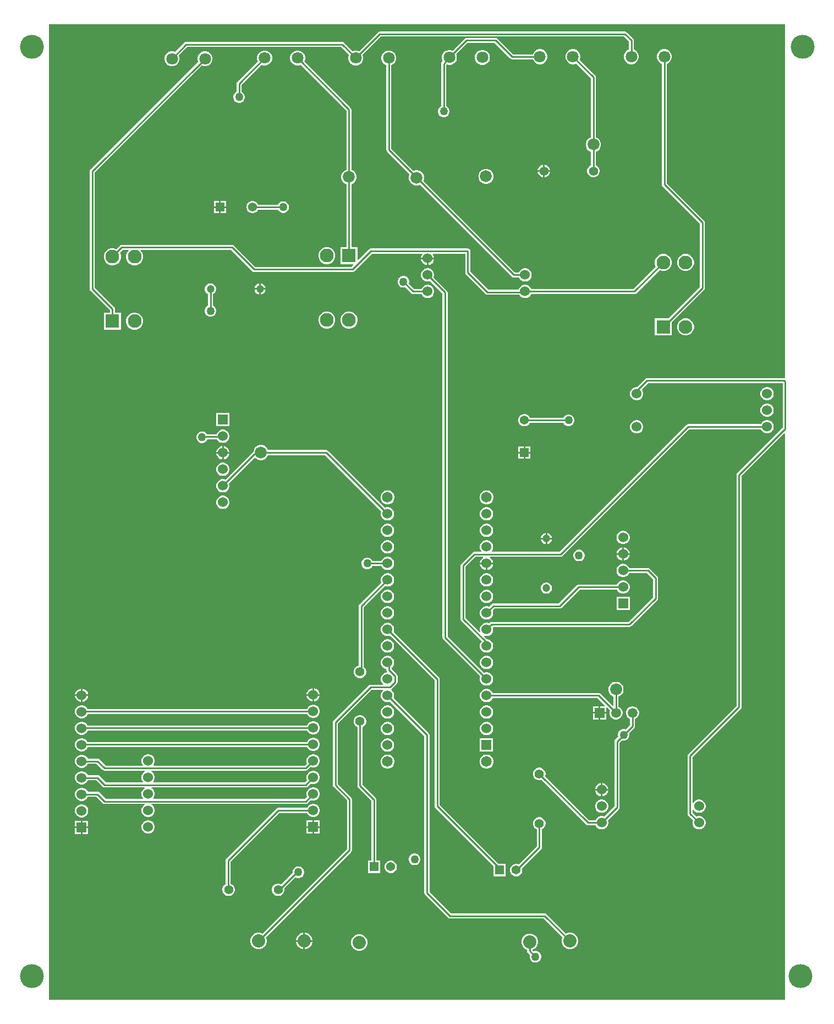
<source format=gtl>
G04*
G04 #@! TF.GenerationSoftware,Altium Limited,Altium Designer,22.1.2 (22)*
G04*
G04 Layer_Physical_Order=1*
G04 Layer_Color=255*
%FSLAX25Y25*%
%MOIN*%
G70*
G04*
G04 #@! TF.SameCoordinates,9DFE0AF1-0A3A-4F83-9DC9-4DC15A37C804*
G04*
G04*
G04 #@! TF.FilePolarity,Positive*
G04*
G01*
G75*
%ADD14C,0.01000*%
%ADD18C,0.05400*%
%ADD19R,0.05400X0.05400*%
%ADD20C,0.08000*%
%ADD22C,0.08300*%
%ADD23R,0.08300X0.08300*%
%ADD27C,0.06000*%
%ADD30C,0.07100*%
%ADD31R,0.05400X0.05400*%
%ADD34C,0.06500*%
%ADD35R,0.06000X0.06000*%
%ADD36C,0.07200*%
%ADD37R,0.06000X0.06000*%
%ADD38C,0.14500*%
%ADD39C,0.05512*%
%ADD40C,0.05906*%
%ADD41R,0.05906X0.05906*%
%ADD42C,0.04724*%
%ADD43C,0.05000*%
G36*
X509842Y377838D02*
X509456Y377521D01*
X509414Y377529D01*
X426335D01*
X425749Y377413D01*
X425253Y377081D01*
X420251Y372079D01*
X419473D01*
X418456Y371806D01*
X417544Y371280D01*
X416799Y370535D01*
X416273Y369623D01*
X416000Y368605D01*
Y367552D01*
X416273Y366535D01*
X416799Y365623D01*
X417544Y364878D01*
X418456Y364351D01*
X419473Y364079D01*
X420527D01*
X421544Y364351D01*
X422456Y364878D01*
X423201Y365623D01*
X423727Y366535D01*
X424000Y367552D01*
Y368605D01*
X423727Y369623D01*
X423201Y370535D01*
X423117Y370619D01*
X426968Y374471D01*
X508471D01*
Y347516D01*
X480934Y319979D01*
X480603Y319483D01*
X480486Y318898D01*
Y179106D01*
X451281Y149900D01*
X450949Y149404D01*
X450833Y148819D01*
Y113779D01*
X450949Y113194D01*
X451281Y112698D01*
X454154Y109825D01*
X454147Y109812D01*
X453874Y108794D01*
Y107741D01*
X454147Y106724D01*
X454673Y105812D01*
X455418Y105067D01*
X456330Y104540D01*
X457347Y104268D01*
X458401D01*
X459418Y104540D01*
X460330Y105067D01*
X461075Y105812D01*
X461601Y106724D01*
X461874Y107741D01*
Y108794D01*
X461601Y109812D01*
X461075Y110724D01*
X460330Y111469D01*
X459418Y111995D01*
X458401Y112268D01*
X457347D01*
X456330Y111995D01*
X456317Y111988D01*
X453892Y114413D01*
Y116165D01*
X454392Y116299D01*
X454673Y115812D01*
X455418Y115067D01*
X456330Y114540D01*
X457347Y114268D01*
X458401D01*
X459418Y114540D01*
X460330Y115067D01*
X461075Y115812D01*
X461601Y116724D01*
X461874Y117741D01*
Y118794D01*
X461601Y119812D01*
X461075Y120724D01*
X460330Y121468D01*
X459418Y121995D01*
X458401Y122268D01*
X457347D01*
X456330Y121995D01*
X455418Y121468D01*
X454673Y120724D01*
X454392Y120236D01*
X453892Y120370D01*
Y148185D01*
X483097Y177391D01*
X483428Y177887D01*
X483545Y178472D01*
Y318264D01*
X509381Y344100D01*
X509842Y343909D01*
Y1181D01*
X63779Y1181D01*
Y591732D01*
X509842D01*
Y377838D01*
D02*
G37*
%LPC*%
G36*
X334433Y583577D02*
X316929D01*
X316344Y583460D01*
X315848Y583129D01*
X308495Y575776D01*
X308292Y575893D01*
X307135Y576203D01*
X305936D01*
X304779Y575893D01*
X303742Y575294D01*
X302894Y574447D01*
X302295Y573410D01*
X301985Y572253D01*
Y571055D01*
X302295Y569897D01*
X302548Y569459D01*
X302068Y568979D01*
X301737Y568483D01*
X301620Y567898D01*
Y542135D01*
X301001Y541777D01*
X300349Y541125D01*
X299888Y540327D01*
X299650Y539437D01*
Y538516D01*
X299888Y537625D01*
X300349Y536827D01*
X301001Y536176D01*
X301799Y535715D01*
X302689Y535476D01*
X303610D01*
X304501Y535715D01*
X305299Y536176D01*
X305950Y536827D01*
X306411Y537625D01*
X306650Y538516D01*
Y539437D01*
X306411Y540327D01*
X305950Y541125D01*
X305299Y541777D01*
X304679Y542135D01*
Y566928D01*
X305159Y567312D01*
X305936Y567103D01*
X307135D01*
X308292Y567414D01*
X309329Y568013D01*
X310176Y568860D01*
X310775Y569897D01*
X311085Y571055D01*
Y572253D01*
X310775Y573410D01*
X310658Y573613D01*
X317563Y580518D01*
X333800D01*
X343352Y570966D01*
X343848Y570634D01*
X344433Y570518D01*
X357117D01*
X357177Y570291D01*
X357776Y569253D01*
X358624Y568406D01*
X359661Y567807D01*
X360818Y567497D01*
X362016D01*
X363174Y567807D01*
X364211Y568406D01*
X365058Y569253D01*
X365657Y570291D01*
X365967Y571448D01*
Y572646D01*
X365657Y573804D01*
X365058Y574841D01*
X364211Y575688D01*
X363174Y576287D01*
X362016Y576597D01*
X360818D01*
X359661Y576287D01*
X358624Y575688D01*
X357776Y574841D01*
X357177Y573804D01*
X357117Y573577D01*
X345067D01*
X335515Y583129D01*
X335019Y583460D01*
X334433Y583577D01*
D02*
G37*
G36*
X412992Y587356D02*
X264409D01*
X263824Y587240D01*
X263328Y586908D01*
X251802Y575382D01*
X251599Y575500D01*
X250442Y575810D01*
X249243D01*
X248086Y575500D01*
X247883Y575382D01*
X242656Y580609D01*
X242160Y580940D01*
X241575Y581057D01*
X147087D01*
X146501Y580940D01*
X146005Y580609D01*
X140385Y574989D01*
X140181Y575106D01*
X139024Y575416D01*
X137826D01*
X136669Y575106D01*
X135631Y574507D01*
X134784Y573660D01*
X134185Y572622D01*
X133875Y571465D01*
Y570267D01*
X134185Y569110D01*
X134784Y568072D01*
X135631Y567225D01*
X136669Y566626D01*
X137826Y566316D01*
X139024D01*
X140181Y566626D01*
X141219Y567225D01*
X142066Y568072D01*
X142665Y569110D01*
X142975Y570267D01*
Y571465D01*
X142665Y572622D01*
X142548Y572826D01*
X147720Y577998D01*
X240941D01*
X245720Y573219D01*
X245603Y573016D01*
X245292Y571859D01*
Y570661D01*
X245603Y569504D01*
X246202Y568466D01*
X247049Y567619D01*
X248086Y567020D01*
X249243Y566710D01*
X250442D01*
X251599Y567020D01*
X252636Y567619D01*
X253483Y568466D01*
X254082Y569504D01*
X254393Y570661D01*
Y571859D01*
X254082Y573016D01*
X253965Y573219D01*
X265043Y584297D01*
X412359D01*
X415242Y581414D01*
Y576348D01*
X415015Y576287D01*
X413978Y575688D01*
X413131Y574841D01*
X412532Y573804D01*
X412222Y572646D01*
Y571448D01*
X412532Y570291D01*
X413131Y569253D01*
X413978Y568406D01*
X415015Y567807D01*
X416173Y567497D01*
X417371D01*
X418528Y567807D01*
X419565Y568406D01*
X420413Y569253D01*
X421012Y570291D01*
X421322Y571448D01*
Y572646D01*
X421012Y573804D01*
X420413Y574841D01*
X419565Y575688D01*
X418528Y576287D01*
X418301Y576348D01*
Y582047D01*
X418185Y582632D01*
X417853Y583129D01*
X414074Y586908D01*
X413577Y587240D01*
X412992Y587356D01*
D02*
G37*
G36*
X327134Y576203D02*
X325936D01*
X324779Y575893D01*
X323742Y575294D01*
X322895Y574447D01*
X322295Y573410D01*
X321985Y572253D01*
Y571055D01*
X322295Y569897D01*
X322895Y568860D01*
X323742Y568013D01*
X324779Y567414D01*
X325936Y567103D01*
X327134D01*
X328292Y567414D01*
X329329Y568013D01*
X330176Y568860D01*
X330775Y569897D01*
X331085Y571055D01*
Y572253D01*
X330775Y573410D01*
X330176Y574447D01*
X329329Y575294D01*
X328292Y575893D01*
X327134Y576203D01*
D02*
G37*
G36*
X195166Y575810D02*
X193968D01*
X192811Y575500D01*
X191773Y574901D01*
X190926Y574054D01*
X190327Y573016D01*
X190017Y571859D01*
Y570661D01*
X190327Y569504D01*
X190444Y569300D01*
X178052Y556908D01*
X177721Y556412D01*
X177604Y555827D01*
Y550796D01*
X176985Y550438D01*
X176333Y549787D01*
X175872Y548989D01*
X175634Y548099D01*
Y547177D01*
X175872Y546287D01*
X176333Y545489D01*
X176985Y544837D01*
X177783Y544376D01*
X178673Y544138D01*
X179595D01*
X180485Y544376D01*
X181283Y544837D01*
X181935Y545489D01*
X182395Y546287D01*
X182634Y547177D01*
Y548099D01*
X182395Y548989D01*
X181935Y549787D01*
X181283Y550438D01*
X180663Y550796D01*
Y555193D01*
X192607Y567137D01*
X192811Y567020D01*
X193968Y566710D01*
X195166D01*
X196323Y567020D01*
X197361Y567619D01*
X198208Y568466D01*
X198807Y569504D01*
X199117Y570661D01*
Y571859D01*
X198807Y573016D01*
X198208Y574054D01*
X197361Y574901D01*
X196323Y575500D01*
X195166Y575810D01*
D02*
G37*
G36*
X159024Y575416D02*
X157826D01*
X156669Y575106D01*
X155631Y574507D01*
X154784Y573660D01*
X154185Y572622D01*
X153875Y571465D01*
Y570267D01*
X154185Y569110D01*
X154303Y568906D01*
X89076Y503680D01*
X88744Y503184D01*
X88628Y502598D01*
Y431496D01*
X88744Y430911D01*
X89076Y430415D01*
X100826Y418665D01*
Y417146D01*
X97205D01*
Y406846D01*
X107505D01*
Y417146D01*
X103884D01*
Y419298D01*
X103768Y419884D01*
X103437Y420380D01*
X91687Y432130D01*
Y501965D01*
X156466Y566744D01*
X156669Y566626D01*
X157826Y566316D01*
X159024D01*
X160181Y566626D01*
X161219Y567225D01*
X162066Y568072D01*
X162665Y569110D01*
X162975Y570267D01*
Y571465D01*
X162665Y572622D01*
X162066Y573660D01*
X161219Y574507D01*
X160181Y575106D01*
X159024Y575416D01*
D02*
G37*
G36*
X364261Y506667D02*
Y503412D01*
X367516D01*
X367261Y504362D01*
X366767Y505219D01*
X366068Y505918D01*
X365211Y506412D01*
X364261Y506667D01*
D02*
G37*
G36*
X363261D02*
X362312Y506412D01*
X361455Y505918D01*
X360756Y505219D01*
X360262Y504362D01*
X360007Y503412D01*
X363261D01*
Y506667D01*
D02*
G37*
G36*
X367516Y502412D02*
X364261D01*
Y499158D01*
X365211Y499412D01*
X366068Y499907D01*
X366767Y500606D01*
X367261Y501463D01*
X367516Y502412D01*
D02*
G37*
G36*
X363261D02*
X360007D01*
X360262Y501463D01*
X360756Y500606D01*
X361455Y499907D01*
X362312Y499412D01*
X363261Y499158D01*
Y502412D01*
D02*
G37*
G36*
X382016Y576597D02*
X380818D01*
X379661Y576287D01*
X378624Y575688D01*
X377776Y574841D01*
X377177Y573804D01*
X376867Y572646D01*
Y571448D01*
X377177Y570291D01*
X377776Y569253D01*
X378624Y568406D01*
X379661Y567807D01*
X380818Y567497D01*
X382016D01*
X383173Y567807D01*
X383377Y567925D01*
X392232Y559070D01*
Y523278D01*
X391986Y523212D01*
X390937Y522607D01*
X390080Y521750D01*
X389475Y520702D01*
X389161Y519532D01*
Y518320D01*
X389475Y517150D01*
X390080Y516102D01*
X390937Y515245D01*
X391986Y514640D01*
X392232Y514573D01*
Y506366D01*
X391455Y505918D01*
X390756Y505219D01*
X390262Y504362D01*
X390005Y503407D01*
Y502418D01*
X390262Y501463D01*
X390756Y500606D01*
X391455Y499907D01*
X392312Y499412D01*
X393267Y499157D01*
X394256D01*
X395211Y499412D01*
X396068Y499907D01*
X396767Y500606D01*
X397261Y501463D01*
X397517Y502418D01*
Y503407D01*
X397261Y504362D01*
X396767Y505219D01*
X396068Y505918D01*
X395291Y506366D01*
Y514573D01*
X395537Y514640D01*
X396586Y515245D01*
X397442Y516102D01*
X398048Y517150D01*
X398361Y518320D01*
Y519532D01*
X398048Y520702D01*
X397442Y521750D01*
X396586Y522607D01*
X395537Y523212D01*
X395291Y523278D01*
Y559703D01*
X395174Y560288D01*
X394843Y560785D01*
X385540Y570088D01*
X385657Y570291D01*
X385967Y571448D01*
Y572646D01*
X385657Y573804D01*
X385058Y574841D01*
X384211Y575688D01*
X383173Y576287D01*
X382016Y576597D01*
D02*
G37*
G36*
X329346Y504206D02*
X328135D01*
X326965Y503893D01*
X325916Y503287D01*
X325059Y502431D01*
X324454Y501382D01*
X324140Y500212D01*
Y499001D01*
X324454Y497831D01*
X325059Y496782D01*
X325916Y495925D01*
X326965Y495320D01*
X328135Y495006D01*
X329346D01*
X330516Y495320D01*
X331565Y495925D01*
X332421Y496782D01*
X333027Y497831D01*
X333340Y499001D01*
Y500212D01*
X333027Y501382D01*
X332421Y502431D01*
X331565Y503287D01*
X330516Y503893D01*
X329346Y504206D01*
D02*
G37*
G36*
X171224Y484748D02*
X168024D01*
Y481548D01*
X171224D01*
Y484748D01*
D02*
G37*
G36*
X167024D02*
X163824D01*
Y481548D01*
X167024D01*
Y484748D01*
D02*
G37*
G36*
X187696D02*
X186722D01*
X185781Y484496D01*
X184937Y484009D01*
X184248Y483320D01*
X183761Y482476D01*
X183509Y481535D01*
Y480561D01*
X183761Y479620D01*
X184248Y478776D01*
X184937Y478087D01*
X185781Y477600D01*
X186722Y477348D01*
X187696D01*
X188637Y477600D01*
X189481Y478087D01*
X190170Y478776D01*
X190598Y479519D01*
X202736D01*
X203078Y478926D01*
X203729Y478274D01*
X204527Y477814D01*
X205417Y477575D01*
X206339D01*
X207229Y477814D01*
X208027Y478274D01*
X208679Y478926D01*
X209140Y479724D01*
X209378Y480614D01*
Y481536D01*
X209140Y482426D01*
X208679Y483224D01*
X208027Y483876D01*
X207229Y484337D01*
X206339Y484575D01*
X205417D01*
X204527Y484337D01*
X203729Y483876D01*
X203078Y483224D01*
X202704Y482577D01*
X190598D01*
X190170Y483320D01*
X189481Y484009D01*
X188637Y484496D01*
X187696Y484748D01*
D02*
G37*
G36*
X171224Y480548D02*
X168024D01*
Y477348D01*
X171224D01*
Y480548D01*
D02*
G37*
G36*
X167024D02*
X163824D01*
Y477348D01*
X167024D01*
Y480548D01*
D02*
G37*
G36*
X232947Y456748D02*
X231591D01*
X230281Y456397D01*
X229107Y455720D01*
X228148Y454761D01*
X227470Y453586D01*
X227119Y452276D01*
Y450920D01*
X227470Y449611D01*
X228148Y448436D01*
X229107Y447477D01*
X230281Y446799D01*
X231591Y446448D01*
X232947D01*
X234257Y446799D01*
X235432Y447477D01*
X236390Y448436D01*
X237068Y449611D01*
X237419Y450920D01*
Y452276D01*
X237068Y453586D01*
X236390Y454761D01*
X235432Y455720D01*
X234257Y456397D01*
X232947Y456748D01*
D02*
G37*
G36*
X297307Y449421D02*
X293807D01*
Y445921D01*
X293834D01*
X294851Y446194D01*
X295763Y446721D01*
X296508Y447465D01*
X297035Y448377D01*
X297307Y449395D01*
Y449421D01*
D02*
G37*
G36*
X292807D02*
X289307D01*
Y449395D01*
X289580Y448377D01*
X290106Y447465D01*
X290851Y446721D01*
X291763Y446194D01*
X292780Y445921D01*
X292807D01*
Y449421D01*
D02*
G37*
G36*
X215166Y575810D02*
X213968D01*
X212811Y575500D01*
X211773Y574901D01*
X210926Y574054D01*
X210327Y573016D01*
X210017Y571859D01*
Y570661D01*
X210327Y569504D01*
X210926Y568466D01*
X211773Y567619D01*
X212811Y567020D01*
X213968Y566710D01*
X215166D01*
X216323Y567020D01*
X216527Y567137D01*
X244140Y539524D01*
Y503608D01*
X243894Y503542D01*
X242845Y502936D01*
X241988Y502080D01*
X241383Y501031D01*
X241069Y499861D01*
Y498650D01*
X241383Y497480D01*
X241988Y496431D01*
X242845Y495574D01*
X243894Y494969D01*
X244140Y494903D01*
Y456748D01*
X240519D01*
Y446448D01*
X248124D01*
X248316Y445987D01*
X247166Y444837D01*
X188834D01*
X175943Y457727D01*
X175447Y458059D01*
X174862Y458176D01*
X108005D01*
X107420Y458059D01*
X106924Y457727D01*
X104754Y455558D01*
X104343Y455795D01*
X103033Y456146D01*
X101677D01*
X100367Y455795D01*
X99193Y455117D01*
X98234Y454158D01*
X97556Y452984D01*
X97205Y451674D01*
Y450318D01*
X97556Y449008D01*
X98234Y447834D01*
X99193Y446875D01*
X100367Y446197D01*
X101677Y445846D01*
X103033D01*
X104343Y446197D01*
X105517Y446875D01*
X106476Y447834D01*
X107154Y449008D01*
X107505Y450318D01*
Y451674D01*
X107154Y452984D01*
X106917Y453395D01*
X108639Y455117D01*
X111939D01*
X112131Y454655D01*
X111634Y454158D01*
X110956Y452984D01*
X110605Y451674D01*
Y450318D01*
X110956Y449008D01*
X111634Y447834D01*
X112593Y446875D01*
X113767Y446197D01*
X115077Y445846D01*
X116433D01*
X117743Y446197D01*
X118917Y446875D01*
X119876Y447834D01*
X120554Y449008D01*
X120905Y450318D01*
Y451674D01*
X120554Y452984D01*
X119876Y454158D01*
X119380Y454655D01*
X119571Y455117D01*
X174228D01*
X187119Y442226D01*
X187615Y441894D01*
X188201Y441778D01*
X247799D01*
X248384Y441894D01*
X248881Y442226D01*
X259547Y452892D01*
X289967D01*
X290159Y452430D01*
X290106Y452377D01*
X289580Y451465D01*
X289307Y450448D01*
Y450421D01*
X297307D01*
Y450448D01*
X297035Y451465D01*
X296508Y452377D01*
X296455Y452430D01*
X296647Y452892D01*
X316187D01*
Y441339D01*
X316304Y440753D01*
X316635Y440257D01*
X328446Y428446D01*
X328942Y428115D01*
X329528Y427998D01*
X348854D01*
X349161Y427465D01*
X349906Y426721D01*
X350818Y426194D01*
X351836Y425921D01*
X352889D01*
X353906Y426194D01*
X354818Y426721D01*
X355563Y427465D01*
X356090Y428377D01*
X356094Y428392D01*
X418682D01*
X419267Y428508D01*
X419763Y428840D01*
X433814Y442891D01*
X434226Y442654D01*
X435535Y442303D01*
X436891D01*
X438201Y442654D01*
X439376Y443332D01*
X440334Y444291D01*
X441012Y445465D01*
X441363Y446775D01*
Y448131D01*
X441012Y449441D01*
X440334Y450615D01*
X439376Y451574D01*
X438201Y452252D01*
X436891Y452603D01*
X435535D01*
X434226Y452252D01*
X433051Y451574D01*
X432092Y450615D01*
X431414Y449441D01*
X431063Y448131D01*
Y446775D01*
X431414Y445465D01*
X431652Y445054D01*
X418048Y431451D01*
X356094D01*
X356090Y431465D01*
X355563Y432377D01*
X354818Y433122D01*
X353906Y433649D01*
X352889Y433921D01*
X351836D01*
X350818Y433649D01*
X349906Y433122D01*
X349161Y432377D01*
X348635Y431465D01*
X348525Y431057D01*
X330161D01*
X319246Y441972D01*
Y454421D01*
X319129Y455007D01*
X318798Y455503D01*
X318302Y455834D01*
X317717Y455951D01*
X258913D01*
X258328Y455834D01*
X257832Y455503D01*
X251281Y448952D01*
X250819Y449143D01*
Y456748D01*
X247199D01*
Y494903D01*
X247445Y494969D01*
X248494Y495574D01*
X249350Y496431D01*
X249956Y497480D01*
X250269Y498650D01*
Y499861D01*
X249956Y501031D01*
X249350Y502080D01*
X248494Y502936D01*
X247445Y503542D01*
X247199Y503608D01*
Y540158D01*
X247082Y540743D01*
X246751Y541239D01*
X218689Y569300D01*
X218807Y569504D01*
X219117Y570661D01*
Y571859D01*
X218807Y573016D01*
X218208Y574054D01*
X217361Y574901D01*
X216323Y575500D01*
X215166Y575810D01*
D02*
G37*
G36*
X450291Y452603D02*
X448935D01*
X447626Y452252D01*
X446451Y451574D01*
X445492Y450615D01*
X444814Y449441D01*
X444463Y448131D01*
Y446775D01*
X444814Y445465D01*
X445492Y444291D01*
X446451Y443332D01*
X447626Y442654D01*
X448935Y442303D01*
X450291D01*
X451601Y442654D01*
X452776Y443332D01*
X453734Y444291D01*
X454412Y445465D01*
X454763Y446775D01*
Y448131D01*
X454412Y449441D01*
X453734Y450615D01*
X452776Y451574D01*
X451601Y452252D01*
X450291Y452603D01*
D02*
G37*
G36*
X270442Y575810D02*
X269244D01*
X268086Y575500D01*
X267049Y574901D01*
X266202Y574054D01*
X265603Y573016D01*
X265293Y571859D01*
Y570661D01*
X265603Y569504D01*
X266202Y568466D01*
X267049Y567619D01*
X268086Y567020D01*
X268313Y566959D01*
Y515590D01*
X268430Y515005D01*
X268761Y514509D01*
X282455Y500815D01*
X282328Y500594D01*
X282014Y499425D01*
Y498213D01*
X282328Y497043D01*
X282933Y495994D01*
X283790Y495138D01*
X284839Y494532D01*
X286009Y494219D01*
X287220D01*
X288390Y494532D01*
X288610Y494660D01*
X344430Y438840D01*
X344927Y438508D01*
X345512Y438392D01*
X348631D01*
X348635Y438377D01*
X349161Y437465D01*
X349906Y436721D01*
X350818Y436194D01*
X351836Y435921D01*
X352889D01*
X353906Y436194D01*
X354818Y436721D01*
X355563Y437465D01*
X356090Y438377D01*
X356362Y439395D01*
Y440448D01*
X356090Y441465D01*
X355563Y442377D01*
X354818Y443122D01*
X353906Y443649D01*
X352889Y443921D01*
X351836D01*
X350818Y443649D01*
X349906Y443122D01*
X349161Y442377D01*
X348635Y441465D01*
X348631Y441451D01*
X346145D01*
X290773Y496823D01*
X290901Y497043D01*
X291214Y498213D01*
Y499425D01*
X290901Y500594D01*
X290295Y501643D01*
X289439Y502500D01*
X288390Y503105D01*
X287220Y503419D01*
X286009D01*
X284839Y503105D01*
X284618Y502978D01*
X271372Y516224D01*
Y566959D01*
X271599Y567020D01*
X272636Y567619D01*
X273483Y568466D01*
X274082Y569504D01*
X274393Y570661D01*
Y571859D01*
X274082Y573016D01*
X273483Y574054D01*
X272636Y574901D01*
X271599Y575500D01*
X270442Y575810D01*
D02*
G37*
G36*
X192272Y434843D02*
Y431996D01*
X195118D01*
X194905Y432794D01*
X194462Y433561D01*
X193836Y434187D01*
X193069Y434629D01*
X192272Y434843D01*
D02*
G37*
G36*
X191272D02*
X190474Y434629D01*
X189707Y434187D01*
X189081Y433561D01*
X188639Y432794D01*
X188425Y431996D01*
X191272D01*
Y434843D01*
D02*
G37*
G36*
X195118Y430996D02*
X192272D01*
Y428149D01*
X193069Y428363D01*
X193836Y428806D01*
X194462Y429432D01*
X194905Y430198D01*
X195118Y430996D01*
D02*
G37*
G36*
X191272D02*
X188425D01*
X188639Y430198D01*
X189081Y429432D01*
X189707Y428806D01*
X190474Y428363D01*
X191272Y428149D01*
Y430996D01*
D02*
G37*
G36*
X279201Y439327D02*
X278279D01*
X277389Y439088D01*
X276591Y438627D01*
X275939Y437976D01*
X275479Y437178D01*
X275240Y436288D01*
Y435366D01*
X275479Y434476D01*
X275939Y433678D01*
X276591Y433026D01*
X277389Y432565D01*
X278279Y432327D01*
X279201D01*
X279892Y432512D01*
X283564Y428840D01*
X284060Y428508D01*
X284646Y428392D01*
X289576D01*
X289580Y428377D01*
X290106Y427465D01*
X290851Y426721D01*
X291763Y426194D01*
X292780Y425921D01*
X293834D01*
X294851Y426194D01*
X295763Y426721D01*
X296508Y427465D01*
X297035Y428377D01*
X297307Y429395D01*
Y430448D01*
X297035Y431465D01*
X296508Y432377D01*
X295763Y433122D01*
X294851Y433649D01*
X293834Y433921D01*
X292780D01*
X291763Y433649D01*
X290851Y433122D01*
X290106Y432377D01*
X289580Y431465D01*
X289576Y431451D01*
X285279D01*
X282055Y434675D01*
X282240Y435366D01*
Y436288D01*
X282002Y437178D01*
X281541Y437976D01*
X280889Y438627D01*
X280091Y439088D01*
X279201Y439327D01*
D02*
G37*
G36*
X162214Y434858D02*
X161329D01*
X160474Y434629D01*
X159707Y434187D01*
X159081Y433561D01*
X158639Y432794D01*
X158409Y431939D01*
Y431053D01*
X158639Y430198D01*
X159081Y429432D01*
X159707Y428806D01*
X160242Y428497D01*
Y421382D01*
X159623Y421024D01*
X158971Y420372D01*
X158510Y419574D01*
X158272Y418684D01*
Y417763D01*
X158510Y416873D01*
X158971Y416074D01*
X159623Y415423D01*
X160421Y414962D01*
X161311Y414723D01*
X162232D01*
X163123Y414962D01*
X163921Y415423D01*
X164572Y416074D01*
X165033Y416873D01*
X165272Y417763D01*
Y418684D01*
X165033Y419574D01*
X164572Y420372D01*
X163921Y421024D01*
X163301Y421382D01*
Y428497D01*
X163836Y428806D01*
X164462Y429432D01*
X164905Y430198D01*
X165134Y431053D01*
Y431939D01*
X164905Y432794D01*
X164462Y433561D01*
X163836Y434187D01*
X163069Y434629D01*
X162214Y434858D01*
D02*
G37*
G36*
X246347Y417748D02*
X244991D01*
X243682Y417397D01*
X242507Y416719D01*
X241548Y415761D01*
X240870Y414586D01*
X240519Y413276D01*
Y411920D01*
X240870Y410611D01*
X241548Y409436D01*
X242507Y408477D01*
X243682Y407799D01*
X244991Y407448D01*
X246347D01*
X247657Y407799D01*
X248832Y408477D01*
X249790Y409436D01*
X250468Y410611D01*
X250819Y411920D01*
Y413276D01*
X250468Y414586D01*
X249790Y415761D01*
X248832Y416719D01*
X247657Y417397D01*
X246347Y417748D01*
D02*
G37*
G36*
X232947D02*
X231591D01*
X230281Y417397D01*
X229107Y416719D01*
X228148Y415761D01*
X227470Y414586D01*
X227119Y413276D01*
Y411920D01*
X227470Y410611D01*
X228148Y409436D01*
X229107Y408477D01*
X230281Y407799D01*
X231591Y407448D01*
X232947D01*
X234257Y407799D01*
X235432Y408477D01*
X236390Y409436D01*
X237068Y410611D01*
X237419Y411920D01*
Y413276D01*
X237068Y414586D01*
X236390Y415761D01*
X235432Y416719D01*
X234257Y417397D01*
X232947Y417748D01*
D02*
G37*
G36*
X116433Y417146D02*
X115077D01*
X113767Y416795D01*
X112593Y416117D01*
X111634Y415158D01*
X110956Y413984D01*
X110605Y412674D01*
Y411318D01*
X110956Y410008D01*
X111634Y408834D01*
X112593Y407875D01*
X113767Y407197D01*
X115077Y406846D01*
X116433D01*
X117743Y407197D01*
X118917Y407875D01*
X119876Y408834D01*
X120554Y410008D01*
X120905Y411318D01*
Y412674D01*
X120554Y413984D01*
X119876Y415158D01*
X118917Y416117D01*
X117743Y416795D01*
X116433Y417146D01*
D02*
G37*
G36*
X450291Y413603D02*
X448935D01*
X447626Y413252D01*
X446451Y412574D01*
X445492Y411615D01*
X444814Y410441D01*
X444463Y409131D01*
Y407775D01*
X444814Y406465D01*
X445492Y405291D01*
X446451Y404332D01*
X447626Y403654D01*
X448935Y403303D01*
X450291D01*
X451601Y403654D01*
X452776Y404332D01*
X453734Y405291D01*
X454412Y406465D01*
X454763Y407775D01*
Y409131D01*
X454412Y410441D01*
X453734Y411615D01*
X452776Y412574D01*
X451601Y413252D01*
X450291Y413603D01*
D02*
G37*
G36*
X437371Y576597D02*
X436173D01*
X435015Y576287D01*
X433978Y575688D01*
X433131Y574841D01*
X432532Y573804D01*
X432222Y572646D01*
Y571448D01*
X432532Y570291D01*
X433131Y569253D01*
X433978Y568406D01*
X435015Y567807D01*
X435242Y567746D01*
Y494796D01*
X435359Y494210D01*
X435690Y493714D01*
X458313Y471091D01*
Y432715D01*
X439200Y413603D01*
X431063D01*
Y403303D01*
X441363D01*
Y411440D01*
X460924Y431001D01*
X461256Y431497D01*
X461372Y432082D01*
Y471725D01*
X461256Y472310D01*
X460924Y472806D01*
X438301Y495429D01*
Y567746D01*
X438528Y567807D01*
X439565Y568406D01*
X440413Y569253D01*
X441012Y570291D01*
X441322Y571448D01*
Y572646D01*
X441012Y573804D01*
X440413Y574841D01*
X439565Y575688D01*
X438528Y576287D01*
X437371Y576597D01*
D02*
G37*
G36*
X499562Y372079D02*
X498509D01*
X497492Y371806D01*
X496579Y371280D01*
X495835Y370535D01*
X495308Y369623D01*
X495035Y368605D01*
Y367552D01*
X495308Y366535D01*
X495835Y365623D01*
X496579Y364878D01*
X497492Y364351D01*
X498509Y364079D01*
X499562D01*
X500579Y364351D01*
X501491Y364878D01*
X502236Y365623D01*
X502763Y366535D01*
X503035Y367552D01*
Y368605D01*
X502763Y369623D01*
X502236Y370535D01*
X501491Y371280D01*
X500579Y371806D01*
X499562Y372079D01*
D02*
G37*
G36*
Y362079D02*
X498509D01*
X497492Y361806D01*
X496579Y361280D01*
X495835Y360535D01*
X495308Y359623D01*
X495035Y358605D01*
Y357552D01*
X495308Y356535D01*
X495835Y355623D01*
X496579Y354878D01*
X497492Y354351D01*
X498509Y354079D01*
X499562D01*
X500579Y354351D01*
X501491Y354878D01*
X502236Y355623D01*
X502763Y356535D01*
X503035Y357552D01*
Y358605D01*
X502763Y359623D01*
X502236Y360535D01*
X501491Y361280D01*
X500579Y361806D01*
X499562Y362079D01*
D02*
G37*
G36*
X352456Y355668D02*
X351481D01*
X350540Y355416D01*
X349697Y354929D01*
X349008Y354240D01*
X348521Y353397D01*
X348269Y352456D01*
Y351481D01*
X348521Y350540D01*
X349008Y349697D01*
X349697Y349008D01*
X350540Y348521D01*
X351481Y348269D01*
X352456D01*
X353397Y348521D01*
X354240Y349008D01*
X354929Y349697D01*
X355358Y350439D01*
X375612D01*
X375970Y349819D01*
X376622Y349168D01*
X377420Y348707D01*
X378310Y348468D01*
X379232D01*
X380122Y348707D01*
X380920Y349168D01*
X381572Y349819D01*
X382032Y350618D01*
X382271Y351508D01*
Y352429D01*
X382032Y353320D01*
X381572Y354117D01*
X380920Y354769D01*
X380122Y355230D01*
X379232Y355469D01*
X378310D01*
X377420Y355230D01*
X376622Y354769D01*
X375970Y354117D01*
X375612Y353498D01*
X355358D01*
X354929Y354240D01*
X354240Y354929D01*
X353397Y355416D01*
X352456Y355668D01*
D02*
G37*
G36*
X173291Y356283D02*
X165291D01*
Y348284D01*
X173291D01*
Y356283D01*
D02*
G37*
G36*
X499562Y352079D02*
X498509D01*
X497492Y351806D01*
X496579Y351279D01*
X495835Y350535D01*
X495308Y349623D01*
X495304Y349608D01*
X451234D01*
X450649Y349492D01*
X450152Y349160D01*
X373314Y272321D01*
X332409D01*
X332218Y272783D01*
X332271Y272836D01*
X332797Y273748D01*
X333070Y274765D01*
Y275819D01*
X332797Y276836D01*
X332271Y277748D01*
X331526Y278493D01*
X330614Y279019D01*
X329596Y279292D01*
X328543D01*
X327526Y279019D01*
X326614Y278493D01*
X325869Y277748D01*
X325342Y276836D01*
X325070Y275819D01*
Y274765D01*
X325342Y273748D01*
X325869Y272836D01*
X325922Y272783D01*
X325730Y272321D01*
X321579D01*
X320994Y272205D01*
X320498Y271873D01*
X313792Y265168D01*
X313461Y264672D01*
X313345Y264087D01*
Y231496D01*
X313461Y230911D01*
X313792Y230415D01*
X326164Y218043D01*
X325869Y217748D01*
X325342Y216836D01*
X325070Y215819D01*
Y214765D01*
X325342Y213748D01*
X325869Y212836D01*
X326614Y212091D01*
X327526Y211565D01*
X328543Y211292D01*
X329596D01*
X330614Y211565D01*
X331526Y212091D01*
X332271Y212836D01*
X332797Y213748D01*
X333070Y214765D01*
Y215819D01*
X332797Y216836D01*
X332271Y217748D01*
X331526Y218493D01*
X330614Y219019D01*
X329596Y219292D01*
X329225D01*
X329194Y219338D01*
X327471Y221062D01*
X327730Y221510D01*
X328543Y221292D01*
X329596D01*
X330614Y221565D01*
X331526Y222091D01*
X332271Y222836D01*
X332797Y223748D01*
X333070Y224765D01*
Y225819D01*
X332909Y226420D01*
X333213Y226817D01*
X415748D01*
X416333Y226934D01*
X416829Y227265D01*
X432578Y243013D01*
X432909Y243509D01*
X433026Y244094D01*
Y256299D01*
X432909Y256885D01*
X432578Y257381D01*
X427853Y262105D01*
X427357Y262437D01*
X426772Y262553D01*
X415542D01*
X415538Y262568D01*
X415012Y263480D01*
X414267Y264224D01*
X413355Y264751D01*
X412338Y265024D01*
X411284D01*
X410267Y264751D01*
X409355Y264224D01*
X408610Y263480D01*
X408084Y262568D01*
X407811Y261550D01*
Y260497D01*
X408084Y259480D01*
X408610Y258568D01*
X409355Y257823D01*
X410267Y257296D01*
X411284Y257024D01*
X412338D01*
X413355Y257296D01*
X414267Y257823D01*
X415012Y258568D01*
X415538Y259480D01*
X415542Y259494D01*
X426138D01*
X429967Y255666D01*
Y244728D01*
X415114Y229876D01*
X332124D01*
X331539Y229759D01*
X331043Y229428D01*
X330627Y229012D01*
X330614Y229019D01*
X329596Y229292D01*
X328543D01*
X327526Y229019D01*
X326614Y228493D01*
X325869Y227748D01*
X325342Y226836D01*
X325070Y225819D01*
Y224765D01*
X325288Y223952D01*
X324839Y223694D01*
X316403Y232130D01*
Y263453D01*
X322213Y269263D01*
X326947D01*
X327081Y268763D01*
X326614Y268493D01*
X325869Y267748D01*
X325342Y266836D01*
X325070Y265819D01*
Y265792D01*
X329070D01*
X333070D01*
Y265819D01*
X332797Y266836D01*
X332271Y267748D01*
X331526Y268493D01*
X331059Y268763D01*
X331192Y269263D01*
X373947D01*
X374533Y269379D01*
X375029Y269711D01*
X451867Y346549D01*
X495304D01*
X495308Y346535D01*
X495835Y345623D01*
X496579Y344878D01*
X497492Y344351D01*
X498509Y344079D01*
X499562D01*
X500579Y344351D01*
X501491Y344878D01*
X502236Y345623D01*
X502763Y346535D01*
X503035Y347552D01*
Y348605D01*
X502763Y349623D01*
X502236Y350535D01*
X501491Y351279D01*
X500579Y351806D01*
X499562Y352079D01*
D02*
G37*
G36*
X420527Y352000D02*
X419473D01*
X418456Y351727D01*
X417544Y351201D01*
X416799Y350456D01*
X416273Y349544D01*
X416000Y348527D01*
Y347473D01*
X416273Y346456D01*
X416799Y345544D01*
X417544Y344799D01*
X418456Y344273D01*
X419473Y344000D01*
X420527D01*
X421544Y344273D01*
X422456Y344799D01*
X423201Y345544D01*
X423727Y346456D01*
X424000Y347473D01*
Y348527D01*
X423727Y349544D01*
X423201Y350456D01*
X422456Y351201D01*
X421544Y351727D01*
X420527Y352000D01*
D02*
G37*
G36*
X169818Y346284D02*
X168765D01*
X167747Y346011D01*
X166835Y345484D01*
X166091Y344740D01*
X165564Y343827D01*
X165486Y343537D01*
X159692D01*
X159494Y343881D01*
X158842Y344533D01*
X158044Y344994D01*
X157154Y345232D01*
X156232D01*
X155342Y344994D01*
X154544Y344533D01*
X153892Y343881D01*
X153431Y343083D01*
X153193Y342193D01*
Y341271D01*
X153431Y340381D01*
X153892Y339583D01*
X154544Y338932D01*
X155342Y338471D01*
X156232Y338232D01*
X157154D01*
X158044Y338471D01*
X158842Y338932D01*
X159494Y339583D01*
X159954Y340381D01*
X159980Y340478D01*
X165715D01*
X166091Y339827D01*
X166835Y339083D01*
X167747Y338556D01*
X168765Y338283D01*
X169818D01*
X170835Y338556D01*
X171747Y339083D01*
X172492Y339827D01*
X173019Y340739D01*
X173291Y341757D01*
Y342810D01*
X173019Y343827D01*
X172492Y344740D01*
X171747Y345484D01*
X170835Y346011D01*
X169818Y346284D01*
D02*
G37*
G36*
Y336283D02*
X169791D01*
Y332784D01*
X173291D01*
Y332810D01*
X173019Y333827D01*
X172492Y334739D01*
X171747Y335484D01*
X170835Y336011D01*
X169818Y336283D01*
D02*
G37*
G36*
X168791D02*
X168765D01*
X167747Y336011D01*
X166835Y335484D01*
X166091Y334739D01*
X165564Y333827D01*
X165291Y332810D01*
Y332784D01*
X168791D01*
Y336283D01*
D02*
G37*
G36*
X355668Y335983D02*
X352468D01*
Y332783D01*
X355668D01*
Y335983D01*
D02*
G37*
G36*
X351468D02*
X348269D01*
Y332783D01*
X351468D01*
Y335983D01*
D02*
G37*
G36*
X355668Y331783D02*
X352468D01*
Y328584D01*
X355668D01*
Y331783D01*
D02*
G37*
G36*
X351468D02*
X348269D01*
Y328584D01*
X351468D01*
Y331783D01*
D02*
G37*
G36*
X173291Y331784D02*
X169791D01*
Y328284D01*
X169818D01*
X170835Y328556D01*
X171747Y329083D01*
X172492Y329827D01*
X173019Y330739D01*
X173291Y331757D01*
Y331784D01*
D02*
G37*
G36*
X168791D02*
X165291D01*
Y331757D01*
X165564Y330739D01*
X166091Y329827D01*
X166835Y329083D01*
X167747Y328556D01*
X168765Y328284D01*
X168791D01*
Y331784D01*
D02*
G37*
G36*
X169818Y326284D02*
X168765D01*
X167747Y326011D01*
X166835Y325484D01*
X166091Y324740D01*
X165564Y323827D01*
X165291Y322810D01*
Y321757D01*
X165564Y320740D01*
X166091Y319827D01*
X166835Y319083D01*
X167747Y318556D01*
X168765Y318284D01*
X169818D01*
X170835Y318556D01*
X171747Y319083D01*
X172492Y319827D01*
X173019Y320740D01*
X173291Y321757D01*
Y322810D01*
X173019Y323827D01*
X172492Y324740D01*
X171747Y325484D01*
X170835Y326011D01*
X169818Y326284D01*
D02*
G37*
G36*
X329629Y309542D02*
X328510D01*
X327429Y309252D01*
X326460Y308693D01*
X325669Y307902D01*
X325109Y306932D01*
X324820Y305852D01*
Y304732D01*
X325109Y303652D01*
X325669Y302682D01*
X326460Y301891D01*
X327429Y301332D01*
X328510Y301042D01*
X329629D01*
X330710Y301332D01*
X331679Y301891D01*
X332471Y302682D01*
X333030Y303652D01*
X333320Y304732D01*
Y305852D01*
X333030Y306932D01*
X332471Y307902D01*
X331679Y308693D01*
X330710Y309252D01*
X329629Y309542D01*
D02*
G37*
G36*
X269629D02*
X268510D01*
X267429Y309252D01*
X266460Y308693D01*
X265669Y307902D01*
X265109Y306932D01*
X264820Y305852D01*
Y304732D01*
X265109Y303652D01*
X265669Y302682D01*
X266460Y301891D01*
X267429Y301332D01*
X268510Y301042D01*
X269629D01*
X270710Y301332D01*
X271679Y301891D01*
X272471Y302682D01*
X273030Y303652D01*
X273320Y304732D01*
Y305852D01*
X273030Y306932D01*
X272471Y307902D01*
X271679Y308693D01*
X270710Y309252D01*
X269629Y309542D01*
D02*
G37*
G36*
X169818Y306283D02*
X168765D01*
X167747Y306011D01*
X166835Y305484D01*
X166091Y304739D01*
X165564Y303827D01*
X165291Y302810D01*
Y301757D01*
X165564Y300740D01*
X166091Y299827D01*
X166835Y299083D01*
X167747Y298556D01*
X168765Y298284D01*
X169818D01*
X170835Y298556D01*
X171747Y299083D01*
X172492Y299827D01*
X173019Y300740D01*
X173291Y301757D01*
Y302810D01*
X173019Y303827D01*
X172492Y304739D01*
X171747Y305484D01*
X170835Y306011D01*
X169818Y306283D01*
D02*
G37*
G36*
X329596Y299292D02*
X328543D01*
X327526Y299019D01*
X326614Y298493D01*
X325869Y297748D01*
X325342Y296836D01*
X325070Y295819D01*
Y294765D01*
X325342Y293748D01*
X325869Y292836D01*
X326614Y292091D01*
X327526Y291565D01*
X328543Y291292D01*
X329596D01*
X330614Y291565D01*
X331526Y292091D01*
X332271Y292836D01*
X332797Y293748D01*
X333070Y294765D01*
Y295819D01*
X332797Y296836D01*
X332271Y297748D01*
X331526Y298493D01*
X330614Y299019D01*
X329596Y299292D01*
D02*
G37*
G36*
X193002Y337041D02*
X191791D01*
X190621Y336727D01*
X189572Y336122D01*
X188716Y335265D01*
X188110Y334216D01*
X187797Y333047D01*
Y332691D01*
X187677Y332668D01*
X187181Y332336D01*
X170848Y316003D01*
X170835Y316011D01*
X169818Y316283D01*
X168765D01*
X167747Y316011D01*
X166835Y315484D01*
X166091Y314739D01*
X165564Y313827D01*
X165291Y312810D01*
Y311757D01*
X165564Y310739D01*
X166091Y309827D01*
X166835Y309083D01*
X167747Y308556D01*
X168765Y308283D01*
X169818D01*
X170835Y308556D01*
X171747Y309083D01*
X172492Y309827D01*
X173019Y310739D01*
X173291Y311757D01*
Y312810D01*
X173019Y313827D01*
X173011Y313841D01*
X188752Y329581D01*
X189572Y328760D01*
X190621Y328154D01*
X191791Y327841D01*
X193002D01*
X194172Y328154D01*
X195221Y328760D01*
X196078Y329616D01*
X196683Y330665D01*
X196749Y330911D01*
X231287D01*
X265350Y296849D01*
X265342Y296836D01*
X265070Y295819D01*
Y294765D01*
X265342Y293748D01*
X265869Y292836D01*
X266614Y292091D01*
X267526Y291565D01*
X268543Y291292D01*
X269596D01*
X270614Y291565D01*
X271526Y292091D01*
X272271Y292836D01*
X272797Y293748D01*
X273070Y294765D01*
Y295819D01*
X272797Y296836D01*
X272271Y297748D01*
X271526Y298493D01*
X270614Y299019D01*
X269596Y299292D01*
X268543D01*
X267526Y299019D01*
X267513Y299012D01*
X233002Y333522D01*
X232506Y333854D01*
X231921Y333970D01*
X196749D01*
X196683Y334216D01*
X196078Y335265D01*
X195221Y336122D01*
X194172Y336727D01*
X193002Y337041D01*
D02*
G37*
G36*
X329596Y289292D02*
X328543D01*
X327526Y289019D01*
X326614Y288493D01*
X325869Y287748D01*
X325342Y286836D01*
X325070Y285819D01*
Y284765D01*
X325342Y283748D01*
X325869Y282836D01*
X326614Y282091D01*
X327526Y281565D01*
X328543Y281292D01*
X329596D01*
X330614Y281565D01*
X331526Y282091D01*
X332271Y282836D01*
X332797Y283748D01*
X333070Y284765D01*
Y285819D01*
X332797Y286836D01*
X332271Y287748D01*
X331526Y288493D01*
X330614Y289019D01*
X329596Y289292D01*
D02*
G37*
G36*
X269596D02*
X268543D01*
X267526Y289019D01*
X266614Y288493D01*
X265869Y287748D01*
X265342Y286836D01*
X265070Y285819D01*
Y284765D01*
X265342Y283748D01*
X265869Y282836D01*
X266614Y282091D01*
X267526Y281565D01*
X268543Y281292D01*
X269596D01*
X270614Y281565D01*
X271526Y282091D01*
X272271Y282836D01*
X272797Y283748D01*
X273070Y284765D01*
Y285819D01*
X272797Y286836D01*
X272271Y287748D01*
X271526Y288493D01*
X270614Y289019D01*
X269596Y289292D01*
D02*
G37*
G36*
X365854Y283701D02*
Y280854D01*
X368701D01*
X368487Y281652D01*
X368045Y282419D01*
X367419Y283045D01*
X366652Y283487D01*
X365854Y283701D01*
D02*
G37*
G36*
X364854D02*
X364057Y283487D01*
X363290Y283045D01*
X362664Y282419D01*
X362221Y281652D01*
X362007Y280854D01*
X364854D01*
Y283701D01*
D02*
G37*
G36*
X412338Y285024D02*
X411284D01*
X410267Y284751D01*
X409355Y284224D01*
X408610Y283480D01*
X408084Y282568D01*
X407811Y281550D01*
Y280497D01*
X408084Y279480D01*
X408610Y278568D01*
X409355Y277823D01*
X410267Y277296D01*
X411284Y277024D01*
X412338D01*
X413355Y277296D01*
X414267Y277823D01*
X415012Y278568D01*
X415538Y279480D01*
X415811Y280497D01*
Y281550D01*
X415538Y282568D01*
X415012Y283480D01*
X414267Y284224D01*
X413355Y284751D01*
X412338Y285024D01*
D02*
G37*
G36*
X364854Y279854D02*
X362007D01*
X362221Y279057D01*
X362664Y278290D01*
X363290Y277664D01*
X364057Y277221D01*
X364854Y277008D01*
Y279854D01*
D02*
G37*
G36*
X368701D02*
X365854D01*
Y277008D01*
X366652Y277221D01*
X367419Y277664D01*
X368045Y278290D01*
X368487Y279057D01*
X368701Y279854D01*
D02*
G37*
G36*
X412338Y275024D02*
X412311D01*
Y271524D01*
X415811D01*
Y271550D01*
X415538Y272568D01*
X415012Y273480D01*
X414267Y274224D01*
X413355Y274751D01*
X412338Y275024D01*
D02*
G37*
G36*
X411311D02*
X411284D01*
X410267Y274751D01*
X409355Y274224D01*
X408610Y273480D01*
X408084Y272568D01*
X407811Y271550D01*
Y271524D01*
X411311D01*
Y275024D01*
D02*
G37*
G36*
X269596Y279292D02*
X268543D01*
X267526Y279019D01*
X266614Y278493D01*
X265869Y277748D01*
X265342Y276836D01*
X265070Y275819D01*
Y274765D01*
X265342Y273748D01*
X265869Y272836D01*
X266614Y272091D01*
X267526Y271565D01*
X268543Y271292D01*
X269596D01*
X270614Y271565D01*
X271526Y272091D01*
X272271Y272836D01*
X272797Y273748D01*
X273070Y274765D01*
Y275819D01*
X272797Y276836D01*
X272271Y277748D01*
X271526Y278493D01*
X270614Y279019D01*
X269596Y279292D01*
D02*
G37*
G36*
X415811Y270524D02*
X412311D01*
Y267024D01*
X412338D01*
X413355Y267296D01*
X414267Y267823D01*
X415012Y268568D01*
X415538Y269480D01*
X415811Y270497D01*
Y270524D01*
D02*
G37*
G36*
X411311D02*
X407811D01*
Y270497D01*
X408084Y269480D01*
X408610Y268568D01*
X409355Y267823D01*
X410267Y267296D01*
X411284Y267024D01*
X411311D01*
Y270524D01*
D02*
G37*
G36*
X269596Y269292D02*
X268543D01*
X267526Y269019D01*
X266614Y268493D01*
X265869Y267748D01*
X265342Y266836D01*
X265338Y266821D01*
X259914D01*
X259556Y267441D01*
X258904Y268093D01*
X258106Y268553D01*
X257216Y268792D01*
X256294D01*
X255404Y268553D01*
X254606Y268093D01*
X253955Y267441D01*
X253494Y266643D01*
X253255Y265753D01*
Y264831D01*
X253494Y263941D01*
X253955Y263143D01*
X254606Y262491D01*
X255404Y262031D01*
X256294Y261792D01*
X257216D01*
X258106Y262031D01*
X258904Y262491D01*
X259556Y263143D01*
X259914Y263763D01*
X265338D01*
X265342Y263748D01*
X265869Y262836D01*
X266614Y262091D01*
X267526Y261565D01*
X268543Y261292D01*
X269596D01*
X270614Y261565D01*
X271526Y262091D01*
X272271Y262836D01*
X272797Y263748D01*
X273070Y264765D01*
Y265819D01*
X272797Y266836D01*
X272271Y267748D01*
X271526Y268493D01*
X270614Y269019D01*
X269596Y269292D01*
D02*
G37*
G36*
X385544Y273584D02*
X384623D01*
X383733Y273345D01*
X382935Y272884D01*
X382283Y272233D01*
X381822Y271435D01*
X381584Y270545D01*
Y269623D01*
X381822Y268733D01*
X382283Y267935D01*
X382935Y267283D01*
X383733Y266822D01*
X384623Y266584D01*
X385544D01*
X386435Y266822D01*
X387233Y267283D01*
X387884Y267935D01*
X388345Y268733D01*
X388584Y269623D01*
Y270545D01*
X388345Y271435D01*
X387884Y272233D01*
X387233Y272884D01*
X386435Y273345D01*
X385544Y273584D01*
D02*
G37*
G36*
X333070Y264792D02*
X329570D01*
Y261292D01*
X329596D01*
X330614Y261565D01*
X331526Y262091D01*
X332271Y262836D01*
X332797Y263748D01*
X333070Y264765D01*
Y264792D01*
D02*
G37*
G36*
X328570D02*
X325070D01*
Y264765D01*
X325342Y263748D01*
X325869Y262836D01*
X326614Y262091D01*
X327526Y261565D01*
X328543Y261292D01*
X328570D01*
Y264792D01*
D02*
G37*
G36*
X329596Y259292D02*
X328543D01*
X327526Y259019D01*
X326614Y258493D01*
X325869Y257748D01*
X325342Y256836D01*
X325070Y255819D01*
Y254765D01*
X325342Y253748D01*
X325869Y252836D01*
X326614Y252091D01*
X327526Y251565D01*
X328543Y251292D01*
X329596D01*
X330614Y251565D01*
X331526Y252091D01*
X332271Y252836D01*
X332797Y253748D01*
X333070Y254765D01*
Y255819D01*
X332797Y256836D01*
X332271Y257748D01*
X331526Y258493D01*
X330614Y259019D01*
X329596Y259292D01*
D02*
G37*
G36*
X269596D02*
X268543D01*
X267526Y259019D01*
X266614Y258493D01*
X265869Y257748D01*
X265342Y256836D01*
X265070Y255819D01*
Y254765D01*
X265342Y253748D01*
X265350Y253735D01*
X252068Y240453D01*
X251737Y239957D01*
X251620Y239372D01*
Y203335D01*
X250912Y203146D01*
X250056Y202651D01*
X249357Y201952D01*
X248862Y201095D01*
X248606Y200140D01*
Y199151D01*
X248862Y198196D01*
X249357Y197339D01*
X250056Y196640D01*
X250912Y196146D01*
X251868Y195890D01*
X252857D01*
X253812Y196146D01*
X254668Y196640D01*
X255368Y197339D01*
X255862Y198196D01*
X256118Y199151D01*
Y200140D01*
X255862Y201095D01*
X255368Y201952D01*
X254679Y202641D01*
Y238738D01*
X267513Y251572D01*
X267526Y251565D01*
X268543Y251292D01*
X269596D01*
X270614Y251565D01*
X271526Y252091D01*
X272271Y252836D01*
X272797Y253748D01*
X273070Y254765D01*
Y255819D01*
X272797Y256836D01*
X272271Y257748D01*
X271526Y258493D01*
X270614Y259019D01*
X269596Y259292D01*
D02*
G37*
G36*
X412338Y255024D02*
X411284D01*
X410267Y254751D01*
X409355Y254224D01*
X408610Y253480D01*
X408084Y252568D01*
X408080Y252553D01*
X384882D01*
X384297Y252437D01*
X383800Y252105D01*
X372733Y241038D01*
X333286D01*
X332701Y240921D01*
X332205Y240590D01*
X330627Y239012D01*
X330614Y239019D01*
X329596Y239292D01*
X328543D01*
X327526Y239019D01*
X326614Y238493D01*
X325869Y237748D01*
X325342Y236836D01*
X325070Y235819D01*
Y234765D01*
X325342Y233748D01*
X325869Y232836D01*
X326614Y232091D01*
X327526Y231565D01*
X328543Y231292D01*
X329596D01*
X330614Y231565D01*
X331526Y232091D01*
X332271Y232836D01*
X332797Y233748D01*
X333070Y234765D01*
Y235819D01*
X332797Y236836D01*
X332790Y236849D01*
X333920Y237979D01*
X373367D01*
X373952Y238095D01*
X374448Y238427D01*
X385515Y249494D01*
X408080D01*
X408084Y249480D01*
X408610Y248568D01*
X409355Y247823D01*
X410267Y247296D01*
X411284Y247024D01*
X412338D01*
X413355Y247296D01*
X414267Y247823D01*
X415012Y248568D01*
X415538Y249480D01*
X415811Y250497D01*
Y251550D01*
X415538Y252568D01*
X415012Y253480D01*
X414267Y254224D01*
X413355Y254751D01*
X412338Y255024D01*
D02*
G37*
G36*
X365797Y253716D02*
X364912D01*
X364057Y253487D01*
X363290Y253045D01*
X362664Y252419D01*
X362221Y251652D01*
X361992Y250797D01*
Y249912D01*
X362221Y249057D01*
X362664Y248290D01*
X363290Y247664D01*
X364057Y247221D01*
X364912Y246992D01*
X365797D01*
X366652Y247221D01*
X367419Y247664D01*
X368045Y248290D01*
X368487Y249057D01*
X368717Y249912D01*
Y250797D01*
X368487Y251652D01*
X368045Y252419D01*
X367419Y253045D01*
X366652Y253487D01*
X365797Y253716D01*
D02*
G37*
G36*
X329596Y249292D02*
X328543D01*
X327526Y249019D01*
X326614Y248493D01*
X325869Y247748D01*
X325342Y246836D01*
X325070Y245819D01*
Y244765D01*
X325342Y243748D01*
X325869Y242836D01*
X326614Y242091D01*
X327526Y241565D01*
X328543Y241292D01*
X329596D01*
X330614Y241565D01*
X331526Y242091D01*
X332271Y242836D01*
X332797Y243748D01*
X333070Y244765D01*
Y245819D01*
X332797Y246836D01*
X332271Y247748D01*
X331526Y248493D01*
X330614Y249019D01*
X329596Y249292D01*
D02*
G37*
G36*
X269596D02*
X268543D01*
X267526Y249019D01*
X266614Y248493D01*
X265869Y247748D01*
X265342Y246836D01*
X265070Y245819D01*
Y244765D01*
X265342Y243748D01*
X265869Y242836D01*
X266614Y242091D01*
X267526Y241565D01*
X268543Y241292D01*
X269596D01*
X270614Y241565D01*
X271526Y242091D01*
X272271Y242836D01*
X272797Y243748D01*
X273070Y244765D01*
Y245819D01*
X272797Y246836D01*
X272271Y247748D01*
X271526Y248493D01*
X270614Y249019D01*
X269596Y249292D01*
D02*
G37*
G36*
X415811Y245024D02*
X407811D01*
Y237024D01*
X415811D01*
Y245024D01*
D02*
G37*
G36*
X269596Y239292D02*
X268543D01*
X267526Y239019D01*
X266614Y238493D01*
X265869Y237748D01*
X265342Y236836D01*
X265070Y235819D01*
Y234765D01*
X265342Y233748D01*
X265869Y232836D01*
X266614Y232091D01*
X267526Y231565D01*
X268543Y231292D01*
X269596D01*
X270614Y231565D01*
X271526Y232091D01*
X272271Y232836D01*
X272797Y233748D01*
X273070Y234765D01*
Y235819D01*
X272797Y236836D01*
X272271Y237748D01*
X271526Y238493D01*
X270614Y239019D01*
X269596Y239292D01*
D02*
G37*
G36*
Y219292D02*
X268543D01*
X267526Y219019D01*
X266614Y218493D01*
X265869Y217748D01*
X265342Y216836D01*
X265070Y215819D01*
Y214765D01*
X265342Y213748D01*
X265869Y212836D01*
X266614Y212091D01*
X267526Y211565D01*
X268543Y211292D01*
X269596D01*
X270614Y211565D01*
X271526Y212091D01*
X272271Y212836D01*
X272797Y213748D01*
X273070Y214765D01*
Y215819D01*
X272797Y216836D01*
X272271Y217748D01*
X271526Y218493D01*
X270614Y219019D01*
X269596Y219292D01*
D02*
G37*
G36*
X329596Y209292D02*
X328543D01*
X327526Y209019D01*
X326614Y208493D01*
X325869Y207748D01*
X325342Y206836D01*
X325070Y205819D01*
Y204765D01*
X325342Y203748D01*
X325869Y202836D01*
X326614Y202091D01*
X327526Y201565D01*
X328543Y201292D01*
X329596D01*
X330614Y201565D01*
X331526Y202091D01*
X332271Y202836D01*
X332797Y203748D01*
X333070Y204765D01*
Y205819D01*
X332797Y206836D01*
X332271Y207748D01*
X331526Y208493D01*
X330614Y209019D01*
X329596Y209292D01*
D02*
G37*
G36*
X293834Y443921D02*
X292780D01*
X291763Y443649D01*
X290851Y443122D01*
X290106Y442377D01*
X289580Y441465D01*
X289307Y440448D01*
Y439395D01*
X289580Y438377D01*
X290106Y437465D01*
X290851Y436721D01*
X291763Y436194D01*
X292780Y435921D01*
X293834D01*
X294851Y436194D01*
X294864Y436201D01*
X302408Y428658D01*
Y220425D01*
X302524Y219840D01*
X302856Y219343D01*
X325350Y196849D01*
X325342Y196836D01*
X325070Y195819D01*
Y194765D01*
X325342Y193748D01*
X325869Y192836D01*
X326614Y192091D01*
X327526Y191565D01*
X328543Y191292D01*
X329596D01*
X330614Y191565D01*
X331526Y192091D01*
X332271Y192836D01*
X332797Y193748D01*
X333070Y194765D01*
Y195819D01*
X332797Y196836D01*
X332271Y197748D01*
X331526Y198493D01*
X330614Y199019D01*
X329596Y199292D01*
X328543D01*
X327526Y199019D01*
X327513Y199012D01*
X305466Y221058D01*
Y429291D01*
X305350Y429877D01*
X305018Y430373D01*
X297027Y438364D01*
X297035Y438377D01*
X297307Y439395D01*
Y440448D01*
X297035Y441465D01*
X296508Y442377D01*
X295763Y443122D01*
X294851Y443649D01*
X293834Y443921D01*
D02*
G37*
G36*
X224542Y189748D02*
X224516D01*
Y186248D01*
X228016D01*
Y186275D01*
X227743Y187292D01*
X227217Y188204D01*
X226472Y188949D01*
X225560Y189475D01*
X224542Y189748D01*
D02*
G37*
G36*
X223516D02*
X223489D01*
X222472Y189475D01*
X221560Y188949D01*
X220815Y188204D01*
X220288Y187292D01*
X220016Y186275D01*
Y186248D01*
X223516D01*
Y189748D01*
D02*
G37*
G36*
X84267Y189512D02*
X84240D01*
Y186012D01*
X87740D01*
Y186038D01*
X87468Y187056D01*
X86941Y187968D01*
X86196Y188713D01*
X85284Y189239D01*
X84267Y189512D01*
D02*
G37*
G36*
X83240D02*
X83214D01*
X82196Y189239D01*
X81284Y188713D01*
X80539Y187968D01*
X80013Y187056D01*
X79740Y186038D01*
Y186012D01*
X83240D01*
Y189512D01*
D02*
G37*
G36*
X228016Y185248D02*
X224516D01*
Y181748D01*
X224542D01*
X225560Y182021D01*
X226472Y182547D01*
X227217Y183292D01*
X227743Y184204D01*
X228016Y185221D01*
Y185248D01*
D02*
G37*
G36*
X223516D02*
X220016D01*
Y185221D01*
X220288Y184204D01*
X220815Y183292D01*
X221560Y182547D01*
X222472Y182021D01*
X223489Y181748D01*
X223516D01*
Y185248D01*
D02*
G37*
G36*
X87740Y185012D02*
X84240D01*
Y181512D01*
X84267D01*
X85284Y181784D01*
X86196Y182311D01*
X86941Y183056D01*
X87468Y183968D01*
X87740Y184985D01*
Y185012D01*
D02*
G37*
G36*
X83240D02*
X79740D01*
Y184985D01*
X80013Y183968D01*
X80539Y183056D01*
X81284Y182311D01*
X82196Y181784D01*
X83214Y181512D01*
X83240D01*
Y185012D01*
D02*
G37*
G36*
X408086Y193576D02*
X406875D01*
X405705Y193263D01*
X404656Y192657D01*
X403799Y191801D01*
X403194Y190752D01*
X402880Y189582D01*
Y188371D01*
X403194Y187201D01*
X403799Y186152D01*
X404656Y185295D01*
X405705Y184690D01*
X405951Y184624D01*
Y179149D01*
X405489Y178957D01*
X398073Y186373D01*
X397577Y186705D01*
X396991Y186821D01*
X332801D01*
X332797Y186836D01*
X332271Y187748D01*
X331526Y188493D01*
X330614Y189019D01*
X329596Y189292D01*
X328543D01*
X327526Y189019D01*
X326614Y188493D01*
X325869Y187748D01*
X325342Y186836D01*
X325070Y185819D01*
Y184765D01*
X325342Y183748D01*
X325869Y182836D01*
X326614Y182091D01*
X327526Y181565D01*
X328543Y181292D01*
X329596D01*
X330614Y181565D01*
X331526Y182091D01*
X332271Y182836D01*
X332797Y183748D01*
X332801Y183763D01*
X396358D01*
X400903Y179218D01*
X400711Y178756D01*
X397980D01*
Y175303D01*
X401433D01*
Y178034D01*
X401895Y178226D01*
X403796Y176325D01*
X403528Y175323D01*
Y174283D01*
X403797Y173277D01*
X404317Y172376D01*
X405053Y171640D01*
X405955Y171120D01*
X406960Y170850D01*
X408001D01*
X409006Y171120D01*
X409907Y171640D01*
X410643Y172376D01*
X411164Y173277D01*
X411433Y174283D01*
Y175323D01*
X411164Y176329D01*
X410643Y177230D01*
X409907Y177966D01*
X409010Y178484D01*
Y184624D01*
X409256Y184690D01*
X410305Y185295D01*
X411161Y186152D01*
X411767Y187201D01*
X412080Y188371D01*
Y189582D01*
X411767Y190752D01*
X411161Y191801D01*
X410305Y192657D01*
X409256Y193263D01*
X408086Y193576D01*
D02*
G37*
G36*
X224542Y179748D02*
X223489D01*
X222472Y179475D01*
X221560Y178949D01*
X220815Y178204D01*
X220288Y177292D01*
X220253Y177159D01*
X87408D01*
X86941Y177968D01*
X86196Y178713D01*
X85284Y179239D01*
X84267Y179512D01*
X83214D01*
X82196Y179239D01*
X81284Y178713D01*
X80539Y177968D01*
X80013Y177056D01*
X79740Y176038D01*
Y174985D01*
X80013Y173968D01*
X80539Y173056D01*
X81284Y172311D01*
X82196Y171784D01*
X83214Y171512D01*
X84267D01*
X85284Y171784D01*
X86196Y172311D01*
X86941Y173056D01*
X87468Y173968D01*
X87503Y174100D01*
X220348D01*
X220815Y173292D01*
X221560Y172547D01*
X222472Y172021D01*
X223489Y171748D01*
X224542D01*
X225560Y172021D01*
X226472Y172547D01*
X227217Y173292D01*
X227743Y174204D01*
X228016Y175221D01*
Y176275D01*
X227743Y177292D01*
X227217Y178204D01*
X226472Y178949D01*
X225560Y179475D01*
X224542Y179748D01*
D02*
G37*
G36*
X396980Y178756D02*
X393528D01*
Y175303D01*
X396980D01*
Y178756D01*
D02*
G37*
G36*
X329596Y179292D02*
X328543D01*
X327526Y179019D01*
X326614Y178493D01*
X325869Y177748D01*
X325342Y176836D01*
X325070Y175819D01*
Y174765D01*
X325342Y173748D01*
X325869Y172836D01*
X326614Y172091D01*
X327526Y171565D01*
X328543Y171292D01*
X329596D01*
X330614Y171565D01*
X331526Y172091D01*
X332271Y172836D01*
X332797Y173748D01*
X333070Y174765D01*
Y175819D01*
X332797Y176836D01*
X332271Y177748D01*
X331526Y178493D01*
X330614Y179019D01*
X329596Y179292D01*
D02*
G37*
G36*
X269596D02*
X268543D01*
X267526Y179019D01*
X266614Y178493D01*
X265869Y177748D01*
X265342Y176836D01*
X265070Y175819D01*
Y174765D01*
X265342Y173748D01*
X265869Y172836D01*
X266614Y172091D01*
X267526Y171565D01*
X268543Y171292D01*
X269596D01*
X270614Y171565D01*
X271526Y172091D01*
X272271Y172836D01*
X272797Y173748D01*
X273070Y174765D01*
Y175819D01*
X272797Y176836D01*
X272271Y177748D01*
X271526Y178493D01*
X270614Y179019D01*
X269596Y179292D01*
D02*
G37*
G36*
X401433Y174303D02*
X397980D01*
Y170850D01*
X401433D01*
Y174303D01*
D02*
G37*
G36*
X396980D02*
X393528D01*
Y170850D01*
X396980D01*
Y174303D01*
D02*
G37*
G36*
X224542Y169748D02*
X223489D01*
X222472Y169475D01*
X221560Y168949D01*
X220815Y168204D01*
X220288Y167292D01*
X220253Y167159D01*
X87408D01*
X86941Y167968D01*
X86196Y168713D01*
X85284Y169239D01*
X84267Y169512D01*
X83214D01*
X82196Y169239D01*
X81284Y168713D01*
X80539Y167968D01*
X80013Y167056D01*
X79740Y166038D01*
Y164985D01*
X80013Y163968D01*
X80539Y163056D01*
X81284Y162311D01*
X82196Y161784D01*
X83214Y161512D01*
X84267D01*
X85284Y161784D01*
X86196Y162311D01*
X86941Y163056D01*
X87468Y163968D01*
X87503Y164101D01*
X220348D01*
X220815Y163292D01*
X221560Y162547D01*
X222472Y162021D01*
X223489Y161748D01*
X224542D01*
X225560Y162021D01*
X226472Y162547D01*
X227217Y163292D01*
X227743Y164204D01*
X228016Y165221D01*
Y166275D01*
X227743Y167292D01*
X227217Y168204D01*
X226472Y168949D01*
X225560Y169475D01*
X224542Y169748D01*
D02*
G37*
G36*
X418001Y178756D02*
X416960D01*
X415955Y178487D01*
X415053Y177966D01*
X414317Y177230D01*
X413797Y176329D01*
X413528Y175323D01*
Y174283D01*
X413797Y173277D01*
X414317Y172376D01*
X415053Y171640D01*
X415951Y171122D01*
Y167471D01*
X413311Y164832D01*
X412620Y165017D01*
X411698D01*
X410808Y164778D01*
X410010Y164318D01*
X409359Y163666D01*
X408898Y162868D01*
X408659Y161978D01*
Y161056D01*
X408844Y160365D01*
X407077Y158598D01*
X406746Y158101D01*
X406629Y157516D01*
Y118241D01*
X400376Y111988D01*
X400363Y111995D01*
X399345Y112268D01*
X398292D01*
X397275Y111995D01*
X396363Y111469D01*
X395618Y110724D01*
X395092Y109812D01*
X395088Y109797D01*
X391224D01*
X364547Y136474D01*
X364779Y137340D01*
Y138329D01*
X364524Y139284D01*
X364029Y140141D01*
X363330Y140840D01*
X362473Y141335D01*
X361518Y141591D01*
X360529D01*
X359574Y141335D01*
X358717Y140840D01*
X358018Y140141D01*
X357524Y139284D01*
X357268Y138329D01*
Y137340D01*
X357524Y136385D01*
X358018Y135529D01*
X358717Y134829D01*
X359574Y134335D01*
X360529Y134079D01*
X361518D01*
X362385Y134311D01*
X389509Y107186D01*
X390005Y106855D01*
X390591Y106738D01*
X395088D01*
X395092Y106724D01*
X395618Y105812D01*
X396363Y105067D01*
X397275Y104540D01*
X398292Y104268D01*
X399345D01*
X400363Y104540D01*
X401275Y105067D01*
X402020Y105812D01*
X402546Y106724D01*
X402819Y107741D01*
Y108794D01*
X402546Y109812D01*
X402539Y109825D01*
X409240Y116526D01*
X409572Y117022D01*
X409688Y117607D01*
Y156883D01*
X411007Y158202D01*
X411698Y158017D01*
X412620D01*
X413510Y158255D01*
X414308Y158716D01*
X414960Y159368D01*
X415421Y160166D01*
X415659Y161056D01*
Y161978D01*
X415474Y162669D01*
X418562Y165756D01*
X418893Y166253D01*
X419010Y166838D01*
Y171122D01*
X419907Y171640D01*
X420643Y172376D01*
X421164Y173277D01*
X421433Y174283D01*
Y175323D01*
X421164Y176329D01*
X420643Y177230D01*
X419907Y177966D01*
X419006Y178487D01*
X418001Y178756D01*
D02*
G37*
G36*
X329596Y169292D02*
X328543D01*
X327526Y169019D01*
X326614Y168493D01*
X325869Y167748D01*
X325342Y166836D01*
X325070Y165819D01*
Y164765D01*
X325342Y163748D01*
X325869Y162836D01*
X326614Y162091D01*
X327526Y161565D01*
X328543Y161292D01*
X329596D01*
X330614Y161565D01*
X331526Y162091D01*
X332271Y162836D01*
X332797Y163748D01*
X333070Y164765D01*
Y165819D01*
X332797Y166836D01*
X332271Y167748D01*
X331526Y168493D01*
X330614Y169019D01*
X329596Y169292D01*
D02*
G37*
G36*
X269596D02*
X268543D01*
X267526Y169019D01*
X266614Y168493D01*
X265869Y167748D01*
X265342Y166836D01*
X265070Y165819D01*
Y164765D01*
X265342Y163748D01*
X265869Y162836D01*
X266614Y162091D01*
X267526Y161565D01*
X268543Y161292D01*
X269596D01*
X270614Y161565D01*
X271526Y162091D01*
X272271Y162836D01*
X272797Y163748D01*
X273070Y164765D01*
Y165819D01*
X272797Y166836D01*
X272271Y167748D01*
X271526Y168493D01*
X270614Y169019D01*
X269596Y169292D01*
D02*
G37*
G36*
X224542Y159748D02*
X223489D01*
X222472Y159475D01*
X221560Y158949D01*
X220815Y158204D01*
X220288Y157292D01*
X220253Y157159D01*
X87408D01*
X86941Y157968D01*
X86196Y158713D01*
X85284Y159239D01*
X84267Y159512D01*
X83214D01*
X82196Y159239D01*
X81284Y158713D01*
X80539Y157968D01*
X80013Y157056D01*
X79740Y156038D01*
Y154985D01*
X80013Y153968D01*
X80539Y153056D01*
X81284Y152311D01*
X82196Y151784D01*
X83214Y151512D01*
X84267D01*
X85284Y151784D01*
X86196Y152311D01*
X86941Y153056D01*
X87468Y153968D01*
X87503Y154101D01*
X220348D01*
X220815Y153292D01*
X221560Y152547D01*
X222472Y152021D01*
X223489Y151748D01*
X224542D01*
X225560Y152021D01*
X226472Y152547D01*
X227217Y153292D01*
X227743Y154204D01*
X228016Y155221D01*
Y156275D01*
X227743Y157292D01*
X227217Y158204D01*
X226472Y158949D01*
X225560Y159475D01*
X224542Y159748D01*
D02*
G37*
G36*
X333070Y159292D02*
X325070D01*
Y151292D01*
X333070D01*
Y159292D01*
D02*
G37*
G36*
X269596D02*
X268543D01*
X267526Y159019D01*
X266614Y158493D01*
X265869Y157748D01*
X265342Y156836D01*
X265070Y155819D01*
Y154765D01*
X265342Y153748D01*
X265869Y152836D01*
X266614Y152091D01*
X267526Y151565D01*
X268543Y151292D01*
X269596D01*
X270614Y151565D01*
X271526Y152091D01*
X272271Y152836D01*
X272797Y153748D01*
X273070Y154765D01*
Y155819D01*
X272797Y156836D01*
X272271Y157748D01*
X271526Y158493D01*
X270614Y159019D01*
X269596Y159292D01*
D02*
G37*
G36*
X224542Y149748D02*
X223489D01*
X222472Y149475D01*
X221560Y148949D01*
X220815Y148204D01*
X220288Y147292D01*
X220016Y146275D01*
Y145221D01*
X220288Y144204D01*
X220296Y144191D01*
X218973Y142868D01*
X127423D01*
X127260Y143368D01*
X127743Y144204D01*
X128016Y145221D01*
Y146275D01*
X127743Y147292D01*
X127217Y148204D01*
X126472Y148949D01*
X125560Y149475D01*
X124542Y149748D01*
X123489D01*
X122472Y149475D01*
X121560Y148949D01*
X120815Y148204D01*
X120288Y147292D01*
X120016Y146275D01*
Y145221D01*
X120288Y144204D01*
X120771Y143368D01*
X120609Y142868D01*
X98181D01*
X94456Y146593D01*
X93959Y146925D01*
X93374Y147041D01*
X87471D01*
X87468Y147056D01*
X86941Y147968D01*
X86196Y148713D01*
X85284Y149239D01*
X84267Y149512D01*
X83214D01*
X82196Y149239D01*
X81284Y148713D01*
X80539Y147968D01*
X80013Y147056D01*
X79740Y146038D01*
Y144985D01*
X80013Y143968D01*
X80539Y143056D01*
X81284Y142311D01*
X82196Y141784D01*
X83214Y141512D01*
X84267D01*
X85284Y141784D01*
X86196Y142311D01*
X86941Y143056D01*
X87468Y143968D01*
X87471Y143982D01*
X92741D01*
X96173Y140550D01*
X96173Y140550D01*
X96466Y140257D01*
X96962Y139926D01*
X97548Y139809D01*
X122050D01*
X122184Y139309D01*
X121560Y138949D01*
X120815Y138204D01*
X120288Y137292D01*
X120016Y136275D01*
Y135221D01*
X120288Y134204D01*
X120815Y133292D01*
X120868Y133239D01*
X120676Y132777D01*
X98272D01*
X94456Y136593D01*
X93959Y136925D01*
X93374Y137041D01*
X87471D01*
X87468Y137056D01*
X86941Y137968D01*
X86196Y138713D01*
X85284Y139239D01*
X84267Y139512D01*
X83214D01*
X82196Y139239D01*
X81284Y138713D01*
X80539Y137968D01*
X80013Y137056D01*
X79740Y136038D01*
Y134985D01*
X80013Y133968D01*
X80539Y133056D01*
X81284Y132311D01*
X82196Y131784D01*
X83214Y131512D01*
X84267D01*
X85284Y131784D01*
X86196Y132311D01*
X86941Y133056D01*
X87468Y133968D01*
X87471Y133982D01*
X92741D01*
X96557Y130167D01*
X97053Y129835D01*
X97638Y129719D01*
X121893D01*
X122027Y129219D01*
X121560Y128949D01*
X120815Y128204D01*
X120288Y127292D01*
X120016Y126275D01*
Y125221D01*
X120288Y124204D01*
X120815Y123292D01*
X120868Y123239D01*
X120676Y122777D01*
X98272D01*
X94456Y126593D01*
X93959Y126925D01*
X93374Y127041D01*
X87471D01*
X87468Y127056D01*
X86941Y127968D01*
X86196Y128713D01*
X85284Y129239D01*
X84267Y129512D01*
X83214D01*
X82196Y129239D01*
X81284Y128713D01*
X80539Y127968D01*
X80013Y127056D01*
X79740Y126038D01*
Y124985D01*
X80013Y123968D01*
X80539Y123056D01*
X81284Y122311D01*
X82196Y121784D01*
X83214Y121512D01*
X84267D01*
X85284Y121784D01*
X86196Y122311D01*
X86941Y123056D01*
X87468Y123968D01*
X87471Y123982D01*
X92741D01*
X96557Y120167D01*
X97053Y119835D01*
X97638Y119719D01*
X121893D01*
X122027Y119219D01*
X121560Y118949D01*
X120815Y118204D01*
X120288Y117292D01*
X120016Y116275D01*
Y115221D01*
X120288Y114204D01*
X120815Y113292D01*
X121560Y112547D01*
X122472Y112021D01*
X123489Y111748D01*
X124542D01*
X125560Y112021D01*
X126472Y112547D01*
X127217Y113292D01*
X127743Y114204D01*
X128016Y115221D01*
Y116275D01*
X127743Y117292D01*
X127217Y118204D01*
X126472Y118949D01*
X126005Y119219D01*
X126138Y119719D01*
X219516D01*
X220101Y119835D01*
X220597Y120167D01*
X222459Y122028D01*
X222472Y122021D01*
X223489Y121748D01*
X224542D01*
X225560Y122021D01*
X226472Y122547D01*
X227217Y123292D01*
X227743Y124204D01*
X228016Y125221D01*
Y126275D01*
X227743Y127292D01*
X227217Y128204D01*
X226472Y128949D01*
X225560Y129475D01*
X224542Y129748D01*
X223489D01*
X222472Y129475D01*
X221560Y128949D01*
X220815Y128204D01*
X220288Y127292D01*
X220016Y126275D01*
Y125221D01*
X220288Y124204D01*
X220296Y124191D01*
X218882Y122777D01*
X127355D01*
X127164Y123239D01*
X127217Y123292D01*
X127743Y124204D01*
X128016Y125221D01*
Y126275D01*
X127743Y127292D01*
X127217Y128204D01*
X126472Y128949D01*
X126005Y129219D01*
X126138Y129719D01*
X219516D01*
X220101Y129835D01*
X220597Y130167D01*
X222459Y132028D01*
X222472Y132021D01*
X223489Y131748D01*
X224542D01*
X225560Y132021D01*
X226472Y132547D01*
X227217Y133292D01*
X227743Y134204D01*
X228016Y135221D01*
Y136275D01*
X227743Y137292D01*
X227217Y138204D01*
X226472Y138949D01*
X225560Y139475D01*
X224542Y139748D01*
X223489D01*
X222472Y139475D01*
X221560Y138949D01*
X220815Y138204D01*
X220288Y137292D01*
X220016Y136275D01*
Y135221D01*
X220288Y134204D01*
X220296Y134191D01*
X218882Y132777D01*
X127355D01*
X127164Y133239D01*
X127217Y133292D01*
X127743Y134204D01*
X128016Y135221D01*
Y136275D01*
X127743Y137292D01*
X127217Y138204D01*
X126472Y138949D01*
X125848Y139309D01*
X125982Y139809D01*
X219606D01*
X220192Y139926D01*
X220688Y140257D01*
X222459Y142028D01*
X222472Y142021D01*
X223489Y141748D01*
X224542D01*
X225560Y142021D01*
X226472Y142547D01*
X227217Y143292D01*
X227743Y144204D01*
X228016Y145221D01*
Y146275D01*
X227743Y147292D01*
X227217Y148204D01*
X226472Y148949D01*
X225560Y149475D01*
X224542Y149748D01*
D02*
G37*
G36*
X329629Y149542D02*
X328510D01*
X327429Y149252D01*
X326460Y148693D01*
X325669Y147902D01*
X325109Y146932D01*
X324820Y145852D01*
Y144732D01*
X325109Y143652D01*
X325669Y142682D01*
X326460Y141891D01*
X327429Y141332D01*
X328510Y141042D01*
X329629D01*
X330710Y141332D01*
X331679Y141891D01*
X332471Y142682D01*
X333030Y143652D01*
X333320Y144732D01*
Y145852D01*
X333030Y146932D01*
X332471Y147902D01*
X331679Y148693D01*
X330710Y149252D01*
X329629Y149542D01*
D02*
G37*
G36*
X269629D02*
X268510D01*
X267429Y149252D01*
X266460Y148693D01*
X265669Y147902D01*
X265109Y146932D01*
X264820Y145852D01*
Y144732D01*
X265109Y143652D01*
X265669Y142682D01*
X266460Y141891D01*
X267429Y141332D01*
X268510Y141042D01*
X269629D01*
X270710Y141332D01*
X271679Y141891D01*
X272471Y142682D01*
X273030Y143652D01*
X273320Y144732D01*
Y145852D01*
X273030Y146932D01*
X272471Y147902D01*
X271679Y148693D01*
X270710Y149252D01*
X269629Y149542D01*
D02*
G37*
G36*
X399345Y132268D02*
X399319D01*
Y128768D01*
X402819D01*
Y128794D01*
X402546Y129812D01*
X402020Y130724D01*
X401275Y131468D01*
X400363Y131995D01*
X399345Y132268D01*
D02*
G37*
G36*
X398319D02*
X398292D01*
X397275Y131995D01*
X396363Y131468D01*
X395618Y130724D01*
X395092Y129812D01*
X394819Y128794D01*
Y128768D01*
X398319D01*
Y132268D01*
D02*
G37*
G36*
X402819Y127768D02*
X399319D01*
Y124268D01*
X399345D01*
X400363Y124540D01*
X401275Y125067D01*
X402020Y125812D01*
X402546Y126724D01*
X402819Y127741D01*
Y127768D01*
D02*
G37*
G36*
X398319D02*
X394819D01*
Y127741D01*
X395092Y126724D01*
X395618Y125812D01*
X396363Y125067D01*
X397275Y124540D01*
X398292Y124268D01*
X398319D01*
Y127768D01*
D02*
G37*
G36*
X399345Y122268D02*
X398292D01*
X397275Y121995D01*
X396363Y121468D01*
X395618Y120724D01*
X395092Y119812D01*
X394819Y118794D01*
Y117741D01*
X395092Y116724D01*
X395618Y115812D01*
X396363Y115067D01*
X397275Y114540D01*
X398292Y114268D01*
X399345D01*
X400363Y114540D01*
X401275Y115067D01*
X402020Y115812D01*
X402546Y116724D01*
X402819Y117741D01*
Y118794D01*
X402546Y119812D01*
X402020Y120724D01*
X401275Y121468D01*
X400363Y121995D01*
X399345Y122268D01*
D02*
G37*
G36*
X224542Y119748D02*
X223489D01*
X222472Y119475D01*
X221560Y118949D01*
X220815Y118204D01*
X220288Y117292D01*
X220284Y117277D01*
X202756D01*
X202171Y117161D01*
X201675Y116830D01*
X171380Y86535D01*
X171048Y86039D01*
X170932Y85454D01*
Y71000D01*
X170450Y70722D01*
X169750Y70023D01*
X169256Y69166D01*
X169000Y68211D01*
Y67222D01*
X169256Y66267D01*
X169750Y65410D01*
X170450Y64711D01*
X171306Y64217D01*
X172261Y63961D01*
X173250D01*
X174206Y64217D01*
X175062Y64711D01*
X175761Y65410D01*
X176256Y66267D01*
X176512Y67222D01*
Y68211D01*
X176256Y69166D01*
X175761Y70023D01*
X175062Y70722D01*
X174206Y71216D01*
X173991Y71274D01*
Y84820D01*
X203389Y114219D01*
X220284D01*
X220288Y114204D01*
X220815Y113292D01*
X221560Y112547D01*
X222472Y112021D01*
X223489Y111748D01*
X224542D01*
X225560Y112021D01*
X226472Y112547D01*
X227217Y113292D01*
X227743Y114204D01*
X228016Y115221D01*
Y116275D01*
X227743Y117292D01*
X227217Y118204D01*
X226472Y118949D01*
X225560Y119475D01*
X224542Y119748D01*
D02*
G37*
G36*
X84267Y119512D02*
X83214D01*
X82196Y119239D01*
X81284Y118713D01*
X80539Y117968D01*
X80013Y117056D01*
X79740Y116038D01*
Y114985D01*
X80013Y113968D01*
X80539Y113056D01*
X81284Y112311D01*
X82196Y111784D01*
X83214Y111512D01*
X84267D01*
X85284Y111784D01*
X86196Y112311D01*
X86941Y113056D01*
X87468Y113968D01*
X87740Y114985D01*
Y116038D01*
X87468Y117056D01*
X86941Y117968D01*
X86196Y118713D01*
X85284Y119239D01*
X84267Y119512D01*
D02*
G37*
G36*
X228016Y109748D02*
X224516D01*
Y106248D01*
X228016D01*
Y109748D01*
D02*
G37*
G36*
X223516D02*
X220016D01*
Y106248D01*
X223516D01*
Y109748D01*
D02*
G37*
G36*
X87740Y109512D02*
X84240D01*
Y106012D01*
X87740D01*
Y109512D01*
D02*
G37*
G36*
X83240D02*
X79740D01*
Y106012D01*
X83240D01*
Y109512D01*
D02*
G37*
G36*
X228016Y105248D02*
X224516D01*
Y101748D01*
X228016D01*
Y105248D01*
D02*
G37*
G36*
X223516D02*
X220016D01*
Y101748D01*
X223516D01*
Y105248D01*
D02*
G37*
G36*
X124542Y109748D02*
X123489D01*
X122472Y109475D01*
X121560Y108949D01*
X120815Y108204D01*
X120288Y107292D01*
X120016Y106275D01*
Y105221D01*
X120288Y104204D01*
X120815Y103292D01*
X121560Y102547D01*
X122472Y102021D01*
X123489Y101748D01*
X124542D01*
X125560Y102021D01*
X126472Y102547D01*
X127217Y103292D01*
X127743Y104204D01*
X128016Y105221D01*
Y106275D01*
X127743Y107292D01*
X127217Y108204D01*
X126472Y108949D01*
X125560Y109475D01*
X124542Y109748D01*
D02*
G37*
G36*
X87740Y105012D02*
X84240D01*
Y101512D01*
X87740D01*
Y105012D01*
D02*
G37*
G36*
X83240D02*
X79740D01*
Y101512D01*
X83240D01*
Y105012D01*
D02*
G37*
G36*
X361518Y111591D02*
X360529D01*
X359574Y111335D01*
X358717Y110840D01*
X358018Y110141D01*
X357524Y109284D01*
X357268Y108329D01*
Y107340D01*
X357524Y106385D01*
X358018Y105528D01*
X358717Y104829D01*
X359494Y104381D01*
Y93941D01*
X348542Y82988D01*
X348428Y83054D01*
X347487Y83306D01*
X346513D01*
X345572Y83054D01*
X344728Y82567D01*
X344039Y81878D01*
X343552Y81034D01*
X343300Y80093D01*
Y79119D01*
X343552Y78178D01*
X344039Y77334D01*
X344728Y76646D01*
X345572Y76158D01*
X346513Y75906D01*
X347487D01*
X348428Y76158D01*
X349272Y76646D01*
X349961Y77334D01*
X350448Y78178D01*
X350700Y79119D01*
Y80093D01*
X350546Y80667D01*
X362105Y92226D01*
X362437Y92722D01*
X362553Y93307D01*
Y104381D01*
X363330Y104829D01*
X364029Y105528D01*
X364524Y106385D01*
X364779Y107340D01*
Y108329D01*
X364524Y109284D01*
X364029Y110141D01*
X363330Y110840D01*
X362473Y111335D01*
X361518Y111591D01*
D02*
G37*
G36*
X285894Y89657D02*
X284972D01*
X284082Y89419D01*
X283284Y88958D01*
X282632Y88306D01*
X282172Y87508D01*
X281933Y86618D01*
Y85697D01*
X282172Y84807D01*
X282632Y84008D01*
X283284Y83357D01*
X284082Y82896D01*
X284972Y82657D01*
X285894D01*
X286784Y82896D01*
X287582Y83357D01*
X288234Y84008D01*
X288695Y84807D01*
X288933Y85697D01*
Y86618D01*
X288695Y87508D01*
X288234Y88306D01*
X287582Y88958D01*
X286784Y89419D01*
X285894Y89657D01*
D02*
G37*
G36*
X271487Y85306D02*
X270513D01*
X269572Y85054D01*
X268728Y84567D01*
X268039Y83878D01*
X267552Y83034D01*
X267300Y82093D01*
Y81119D01*
X267552Y80178D01*
X268039Y79334D01*
X268728Y78646D01*
X269572Y78158D01*
X270513Y77906D01*
X271487D01*
X272428Y78158D01*
X273272Y78646D01*
X273961Y79334D01*
X274448Y80178D01*
X274700Y81119D01*
Y82093D01*
X274448Y83034D01*
X273961Y83878D01*
X273272Y84567D01*
X272428Y85054D01*
X271487Y85306D01*
D02*
G37*
G36*
X252857Y173402D02*
X251868D01*
X250912Y173146D01*
X250056Y172651D01*
X249357Y171952D01*
X248862Y171095D01*
X248606Y170140D01*
Y169151D01*
X248862Y168196D01*
X249357Y167340D01*
X250056Y166640D01*
X250833Y166192D01*
Y130669D01*
X250949Y130084D01*
X251281Y129588D01*
X259337Y121532D01*
Y85306D01*
X257300D01*
Y77906D01*
X264700D01*
Y85306D01*
X262396D01*
Y122165D01*
X262279Y122751D01*
X261948Y123247D01*
X253892Y131303D01*
Y166192D01*
X254668Y166640D01*
X255368Y167340D01*
X255862Y168196D01*
X256118Y169151D01*
Y170140D01*
X255862Y171095D01*
X255368Y171952D01*
X254668Y172651D01*
X253812Y173146D01*
X252857Y173402D01*
D02*
G37*
G36*
X269596Y229292D02*
X268543D01*
X267526Y229019D01*
X266614Y228493D01*
X265869Y227748D01*
X265342Y226836D01*
X265070Y225819D01*
Y224765D01*
X265342Y223748D01*
X265869Y222836D01*
X266614Y222091D01*
X267526Y221565D01*
X268543Y221292D01*
X269596D01*
X270614Y221565D01*
X270627Y221572D01*
X297587Y194612D01*
Y118443D01*
X297703Y117858D01*
X298035Y117361D01*
X323395Y92001D01*
X333300Y82096D01*
Y75906D01*
X340700D01*
Y83306D01*
X336416D01*
X325558Y94164D01*
X300645Y119076D01*
Y195246D01*
X300529Y195831D01*
X300198Y196327D01*
X272790Y223735D01*
X272797Y223748D01*
X273070Y224765D01*
Y225819D01*
X272797Y226836D01*
X272271Y227748D01*
X271526Y228493D01*
X270614Y229019D01*
X269596Y229292D01*
D02*
G37*
G36*
X215421Y81846D02*
X214500D01*
X213610Y81608D01*
X212812Y81147D01*
X212160Y80496D01*
X211699Y79697D01*
X211461Y78807D01*
Y77886D01*
X211479Y77816D01*
X204633Y70969D01*
X204206Y71216D01*
X203250Y71472D01*
X202261D01*
X201306Y71216D01*
X200450Y70722D01*
X199750Y70023D01*
X199256Y69166D01*
X199000Y68211D01*
Y67222D01*
X199256Y66267D01*
X199750Y65410D01*
X200450Y64711D01*
X201306Y64217D01*
X202261Y63961D01*
X203250D01*
X204206Y64217D01*
X205062Y64711D01*
X205761Y65410D01*
X206256Y66267D01*
X206512Y67222D01*
Y68211D01*
X206446Y68456D01*
X213270Y75281D01*
X213610Y75085D01*
X214500Y74847D01*
X215421D01*
X216312Y75085D01*
X217110Y75546D01*
X217761Y76197D01*
X218222Y76995D01*
X218461Y77886D01*
Y78807D01*
X218222Y79697D01*
X217761Y80496D01*
X217110Y81147D01*
X216312Y81608D01*
X215421Y81846D01*
D02*
G37*
G36*
X219162Y41614D02*
X219004D01*
Y37114D01*
X223504D01*
Y37272D01*
X223163Y38544D01*
X222505Y39684D01*
X221574Y40615D01*
X220434Y41273D01*
X219162Y41614D01*
D02*
G37*
G36*
X218004D02*
X217846D01*
X216574Y41273D01*
X215434Y40615D01*
X214503Y39684D01*
X213845Y38544D01*
X213504Y37272D01*
Y37114D01*
X218004D01*
Y41614D01*
D02*
G37*
G36*
X269596Y209292D02*
X268543D01*
X267526Y209019D01*
X266614Y208493D01*
X265869Y207748D01*
X265342Y206836D01*
X265070Y205819D01*
Y204765D01*
X265342Y203748D01*
X265869Y202836D01*
X266614Y202091D01*
X267526Y201565D01*
X268404Y201329D01*
Y200792D01*
X268521Y200207D01*
X268798Y199792D01*
X268647Y199292D01*
X268543D01*
X267526Y199019D01*
X266614Y198493D01*
X265869Y197748D01*
X265342Y196836D01*
X265070Y195819D01*
Y194765D01*
X265342Y193748D01*
X265869Y192836D01*
X266384Y192321D01*
X266176Y191821D01*
X258796D01*
X258211Y191705D01*
X257715Y191374D01*
X236395Y170054D01*
X236063Y169558D01*
X235947Y168972D01*
Y131063D01*
X236063Y130478D01*
X236395Y129982D01*
X244459Y121918D01*
Y92291D01*
X193234Y41066D01*
X192875Y41273D01*
X191603Y41614D01*
X190287D01*
X189015Y41273D01*
X187875Y40615D01*
X186944Y39684D01*
X186286Y38544D01*
X185945Y37272D01*
Y35956D01*
X186286Y34684D01*
X186944Y33544D01*
X187875Y32613D01*
X189015Y31955D01*
X190287Y31614D01*
X191603D01*
X192875Y31955D01*
X194015Y32613D01*
X194946Y33544D01*
X195604Y34684D01*
X195945Y35956D01*
Y37272D01*
X195604Y38544D01*
X195397Y38903D01*
X247070Y90576D01*
X247401Y91072D01*
X247518Y91658D01*
Y122551D01*
X247401Y123136D01*
X247070Y123633D01*
X239006Y131696D01*
Y168339D01*
X259429Y188763D01*
X266176D01*
X266384Y188263D01*
X265869Y187748D01*
X265342Y186836D01*
X265070Y185819D01*
Y184765D01*
X265342Y183748D01*
X265869Y182836D01*
X266614Y182091D01*
X267526Y181565D01*
X268543Y181292D01*
X269596D01*
X270614Y181565D01*
X270627Y181572D01*
X291384Y160815D01*
Y65748D01*
X291500Y65163D01*
X291832Y64667D01*
X305729Y50769D01*
X306225Y50438D01*
X306811Y50321D01*
X363657D01*
X375076Y38903D01*
X374868Y38544D01*
X374528Y37272D01*
Y35956D01*
X374868Y34684D01*
X375527Y33544D01*
X376458Y32613D01*
X377598Y31955D01*
X378869Y31614D01*
X380186D01*
X381457Y31955D01*
X382598Y32613D01*
X383528Y33544D01*
X384187Y34684D01*
X384528Y35956D01*
Y37272D01*
X384187Y38544D01*
X383528Y39684D01*
X382598Y40615D01*
X381457Y41273D01*
X380186Y41614D01*
X378869D01*
X377598Y41273D01*
X377238Y41066D01*
X365372Y52932D01*
X364876Y53264D01*
X364291Y53380D01*
X307444D01*
X294443Y66382D01*
Y161448D01*
X294326Y162034D01*
X293995Y162530D01*
X272790Y183735D01*
X272797Y183748D01*
X273070Y184765D01*
Y185819D01*
X272797Y186836D01*
X272271Y187748D01*
X271526Y188493D01*
X271427Y188550D01*
X271407Y189139D01*
X271515Y189211D01*
X274651Y192347D01*
X274983Y192843D01*
X275099Y193428D01*
Y197156D01*
X274983Y197741D01*
X274651Y198237D01*
X271463Y201426D01*
Y202055D01*
X271526Y202091D01*
X272271Y202836D01*
X272797Y203748D01*
X273070Y204765D01*
Y205819D01*
X272797Y206836D01*
X272271Y207748D01*
X271526Y208493D01*
X270614Y209019D01*
X269596Y209292D01*
D02*
G37*
G36*
X223504Y36114D02*
X219004D01*
Y31614D01*
X219162D01*
X220434Y31955D01*
X221574Y32613D01*
X222505Y33544D01*
X223163Y34684D01*
X223504Y35956D01*
Y36114D01*
D02*
G37*
G36*
X218004D02*
X213504D01*
Y35956D01*
X213845Y34684D01*
X214503Y33544D01*
X215434Y32613D01*
X216574Y31955D01*
X217846Y31614D01*
X218004D01*
Y36114D01*
D02*
G37*
G36*
X252627Y40827D02*
X251310D01*
X250039Y40486D01*
X248898Y39828D01*
X247968Y38897D01*
X247309Y37757D01*
X246969Y36485D01*
Y35168D01*
X247309Y33897D01*
X247968Y32757D01*
X248898Y31826D01*
X250039Y31168D01*
X251310Y30827D01*
X252627D01*
X253898Y31168D01*
X255039Y31826D01*
X255970Y32757D01*
X256628Y33897D01*
X256968Y35168D01*
Y36485D01*
X256628Y37757D01*
X255970Y38897D01*
X255039Y39828D01*
X253898Y40486D01*
X252627Y40827D01*
D02*
G37*
G36*
X355776Y41221D02*
X354460D01*
X353188Y40880D01*
X352048Y40222D01*
X351117Y39290D01*
X350459Y38150D01*
X350118Y36879D01*
Y35562D01*
X350459Y34291D01*
X351117Y33150D01*
X352048Y32219D01*
X353188Y31561D01*
X353605Y31450D01*
Y30720D01*
X353721Y30135D01*
X354052Y29639D01*
X355410Y28282D01*
X355224Y27591D01*
Y26669D01*
X355463Y25779D01*
X355924Y24981D01*
X356575Y24329D01*
X357373Y23868D01*
X358264Y23630D01*
X359185D01*
X360075Y23868D01*
X360874Y24329D01*
X361525Y24981D01*
X361986Y25779D01*
X362224Y26669D01*
Y27591D01*
X361986Y28481D01*
X361525Y29279D01*
X360874Y29931D01*
X360075Y30391D01*
X359185Y30630D01*
X358264D01*
X357573Y30445D01*
X356989Y31028D01*
X357022Y31322D01*
X357121Y31603D01*
X358188Y32219D01*
X359119Y33150D01*
X359777Y34291D01*
X360118Y35562D01*
Y36879D01*
X359777Y38150D01*
X359119Y39290D01*
X358188Y40222D01*
X357048Y40880D01*
X355776Y41221D01*
D02*
G37*
%LPD*%
D14*
X123118Y141339D02*
G03*
X124914Y141339I898J4409D01*
G01*
X426335Y376000D02*
X509414D01*
X510000Y346882D02*
Y375414D01*
X482015Y318898D02*
X510000Y346882D01*
X509414Y376000D02*
X510000Y375414D01*
X324476Y93083D02*
X337638Y79921D01*
X373947Y270792D02*
X451234Y348079D01*
X499035D01*
X420000Y368079D02*
Y369665D01*
Y368000D02*
Y368079D01*
X482015Y178472D02*
Y318898D01*
X420000Y369665D02*
X426335Y376000D01*
X321579Y270792D02*
X373947D01*
X90158Y431496D02*
Y502598D01*
X156693Y341732D02*
X156968Y342008D01*
X169016D02*
X169291Y342284D01*
X156968Y342008D02*
X169016D01*
X192397Y332441D02*
X231921D01*
X269070Y295292D01*
X169291Y312283D02*
X188262Y331255D01*
X191210D01*
X192397Y332441D01*
X172461Y68011D02*
Y85454D01*
Y68011D02*
X172756Y67716D01*
X172461Y85454D02*
X202756Y115748D01*
X314874Y264087D02*
X321579Y270792D01*
X314874Y231496D02*
Y264087D01*
Y231496D02*
X328113Y218257D01*
Y216249D02*
X329070Y215292D01*
X328113Y216249D02*
Y218257D01*
X384882Y251024D02*
X411811D01*
X333286Y239508D02*
X373367D01*
X384882Y251024D01*
X431496Y244094D02*
Y256299D01*
X415748Y228346D02*
X431496Y244094D01*
X332124Y228346D02*
X415748D01*
X329070Y225292D02*
X332124Y228346D01*
X426772Y261024D02*
X431496Y256299D01*
X411811Y261024D02*
X426772D01*
X83740Y125512D02*
X93374D01*
X83740Y135512D02*
X93374D01*
X83740Y145512D02*
X93374D01*
X83858Y155630D02*
X223898D01*
X224016Y155748D01*
X83740Y155512D02*
X83858Y155630D01*
X83740Y165512D02*
X83858Y165630D01*
X223898D01*
X224016Y165748D01*
X83740Y175512D02*
X83858Y175630D01*
X223898D01*
X224016Y175748D01*
X203543Y67716D02*
X214173Y78347D01*
X214961D01*
X202756Y67716D02*
X203543D01*
X202756Y115748D02*
X224016D01*
X219516Y121248D02*
X224016Y125748D01*
X93374Y125512D02*
X97638Y121248D01*
X219516D01*
Y131248D02*
X224016Y135748D01*
X93374Y135512D02*
X97638Y131248D01*
X219516D01*
X97548Y141339D02*
X123118D01*
X93374Y145512D02*
X97255Y141631D01*
X97548Y141339D01*
X124914D02*
X219606D01*
X224016Y145748D01*
X253150Y200433D02*
Y239372D01*
X252362Y199646D02*
X253150Y200433D01*
Y239372D02*
X269070Y255292D01*
X329070Y235292D02*
X333286Y239508D01*
X393761Y518926D02*
Y559703D01*
Y502912D02*
Y518926D01*
X292913Y65748D02*
X306811Y51851D01*
X364291D02*
X379528Y36614D01*
X306811Y51851D02*
X364291D01*
X292913Y65748D02*
Y161448D01*
X269070Y185292D02*
X292913Y161448D01*
X299116Y118443D02*
Y195246D01*
X269070Y225292D02*
X299116Y195246D01*
Y118443D02*
X324476Y93083D01*
X252362Y130669D02*
Y169646D01*
Y130669D02*
X260866Y122165D01*
X237476Y131063D02*
Y168972D01*
X258796Y190292D02*
X270434D01*
X237476Y168972D02*
X258796Y190292D01*
X260866Y81496D02*
Y122165D01*
X351969Y429528D02*
X352362Y429921D01*
X293307Y439921D02*
X303937Y429291D01*
Y220425D02*
X330226Y194136D01*
X303937Y220425D02*
Y429291D01*
X316929Y582047D02*
X334433D01*
X306535Y571654D02*
X316929Y582047D01*
X334433D02*
X344433Y572047D01*
X147087Y579528D02*
X241575D01*
X138425Y570866D02*
X147087Y579528D01*
X241575D02*
X249843Y571260D01*
X436213Y408453D02*
X459842Y432082D01*
X436772Y494796D02*
X459842Y471725D01*
Y432082D02*
Y471725D01*
X174862Y456646D02*
X188201Y443307D01*
X247799D02*
X258913Y454421D01*
X188201Y443307D02*
X247799D01*
X90158Y431496D02*
X102355Y419298D01*
Y411996D02*
Y419298D01*
X329528Y429528D02*
X351969D01*
X317717Y441339D02*
Y454421D01*
Y441339D02*
X329528Y429528D01*
X407480Y174803D02*
Y188976D01*
X345512Y439921D02*
X352362D01*
X269843Y515590D02*
Y571260D01*
Y515590D02*
X345512Y439921D01*
X396991Y185292D02*
X407480Y174803D01*
X102355Y450996D02*
X108005Y456646D01*
X174862D01*
X90158Y502598D02*
X158425Y570866D01*
X161772Y418223D02*
Y431496D01*
X452362Y148819D02*
X482015Y178472D01*
X452362Y113779D02*
X457874Y108268D01*
X452362Y113779D02*
Y148819D01*
X351969Y351969D02*
X378771D01*
X412159Y161517D02*
X417480Y166838D01*
X408159Y157516D02*
X412159Y161517D01*
X205878Y481075D02*
X205906Y481102D01*
X205851Y481048D02*
X205878Y481075D01*
X355118Y36220D02*
X355134Y36205D01*
Y30720D02*
Y36205D01*
Y30720D02*
X358724Y27130D01*
X361024Y137835D02*
X390591Y108268D01*
X398819D01*
X408159Y117607D01*
X417480Y166838D02*
Y174803D01*
X408159Y117607D02*
Y157516D01*
X344433Y572047D02*
X361417D01*
X303150Y538976D02*
Y567898D01*
X306535Y571283D02*
Y571654D01*
X303150Y567898D02*
X306535Y571283D01*
X278740Y435827D02*
X284646Y429921D01*
X293307D01*
X256693Y265354D02*
X256755Y265292D01*
X269070D01*
X179134Y547638D02*
Y555827D01*
X194567Y571260D01*
X187209Y481048D02*
X205851D01*
X418682Y429921D02*
X436213Y447453D01*
X352362Y429921D02*
X418682D01*
X258913Y454421D02*
X317717D01*
X190945Y36614D02*
X245988Y91658D01*
Y122551D01*
X270434Y190292D02*
X273570Y193428D01*
Y197156D01*
X269934Y200792D02*
X273570Y197156D01*
X269934Y200792D02*
Y204428D01*
X269070Y205292D02*
X269934Y204428D01*
X237476Y131063D02*
X245988Y122551D01*
X347638Y79921D02*
X361024Y93307D01*
Y107835D01*
X249843Y571260D02*
X264409Y585827D01*
X412992D01*
X416772Y582047D01*
Y572047D02*
Y582047D01*
X381417Y572047D02*
X393761Y559703D01*
X245669Y451598D02*
Y540158D01*
X214567Y571260D02*
X245669Y540158D01*
X436772Y494796D02*
Y572047D01*
X329070Y185292D02*
X396991D01*
X411811Y261024D02*
X412675Y260160D01*
D18*
X347000Y79606D02*
D03*
X271000Y81606D02*
D03*
X187209Y481048D02*
D03*
X351969Y351969D02*
D03*
D19*
X337000Y79606D02*
D03*
X261000Y81606D02*
D03*
X167524Y481048D02*
D03*
D20*
X251969Y35827D02*
D03*
X218504Y36614D02*
D03*
X190945D02*
D03*
X355118Y36220D02*
D03*
X379528Y36614D02*
D03*
D22*
X245669Y412598D02*
D03*
X232269D02*
D03*
Y451598D02*
D03*
X102355Y450996D02*
D03*
X115755D02*
D03*
Y411996D02*
D03*
X436213Y447453D02*
D03*
X449613D02*
D03*
Y408453D02*
D03*
D23*
X245669Y451598D02*
D03*
X102355Y411996D02*
D03*
X436213Y408453D02*
D03*
D27*
X269070Y155292D02*
D03*
Y165292D02*
D03*
Y175292D02*
D03*
Y185292D02*
D03*
Y195292D02*
D03*
Y205292D02*
D03*
Y215292D02*
D03*
Y225292D02*
D03*
Y235292D02*
D03*
Y245292D02*
D03*
Y255292D02*
D03*
Y265292D02*
D03*
Y275292D02*
D03*
Y285292D02*
D03*
Y295292D02*
D03*
X329070D02*
D03*
Y285292D02*
D03*
Y275292D02*
D03*
Y265292D02*
D03*
Y255292D02*
D03*
Y245292D02*
D03*
Y235292D02*
D03*
Y225292D02*
D03*
Y215292D02*
D03*
Y205292D02*
D03*
Y195292D02*
D03*
Y185292D02*
D03*
Y175292D02*
D03*
Y165292D02*
D03*
X420000Y348000D02*
D03*
X499035Y358079D02*
D03*
Y348079D02*
D03*
Y368079D02*
D03*
X420000D02*
D03*
X224016Y175748D02*
D03*
Y185748D02*
D03*
X124016Y105748D02*
D03*
Y115748D02*
D03*
Y125748D02*
D03*
Y135748D02*
D03*
Y145748D02*
D03*
X224016Y165748D02*
D03*
Y155748D02*
D03*
Y145748D02*
D03*
Y135748D02*
D03*
Y125748D02*
D03*
Y115748D02*
D03*
X457874Y118268D02*
D03*
X398819Y108268D02*
D03*
Y118268D02*
D03*
Y128268D02*
D03*
X457874Y108268D02*
D03*
X352362Y439921D02*
D03*
X293307Y429921D02*
D03*
Y439921D02*
D03*
Y449921D02*
D03*
X352362Y429921D02*
D03*
X411811Y281024D02*
D03*
Y271024D02*
D03*
Y261024D02*
D03*
Y251024D02*
D03*
X169291Y332283D02*
D03*
Y342284D02*
D03*
Y322284D02*
D03*
Y312283D02*
D03*
Y302284D02*
D03*
X83740Y115512D02*
D03*
Y125512D02*
D03*
Y135512D02*
D03*
Y155512D02*
D03*
Y165512D02*
D03*
Y185512D02*
D03*
Y175512D02*
D03*
Y145512D02*
D03*
D30*
X326535Y571654D02*
D03*
X306535D02*
D03*
X361417Y572047D02*
D03*
X381417D02*
D03*
X416772Y572047D02*
D03*
X436772D02*
D03*
X249843Y571260D02*
D03*
X269843D02*
D03*
X138425Y570866D02*
D03*
X158425D02*
D03*
X194567Y571260D02*
D03*
X214567D02*
D03*
D31*
X351969Y332283D02*
D03*
D34*
X329070Y305292D02*
D03*
X269070D02*
D03*
Y145292D02*
D03*
X329070D02*
D03*
D35*
Y155292D02*
D03*
D36*
X407480Y188976D02*
D03*
X286614Y498819D02*
D03*
X245669Y499255D02*
D03*
X393761Y518926D02*
D03*
X328740Y499606D02*
D03*
X192397Y332441D02*
D03*
D37*
X224016Y105748D02*
D03*
X411811Y241024D02*
D03*
X169291Y352284D02*
D03*
X83740Y105512D02*
D03*
D38*
X519291Y15354D02*
D03*
X520472Y577953D02*
D03*
X53543D02*
D03*
Y15354D02*
D03*
D39*
X363761Y502912D02*
D03*
X393761D02*
D03*
X361024Y137835D02*
D03*
Y107835D02*
D03*
X252362Y199646D02*
D03*
Y169646D02*
D03*
X202756Y67716D02*
D03*
X172756D02*
D03*
D40*
X417480Y174803D02*
D03*
X407480D02*
D03*
D41*
X397480D02*
D03*
D42*
X365354Y280354D02*
D03*
Y250354D02*
D03*
X191772Y431496D02*
D03*
X161772D02*
D03*
D43*
X385084Y270084D02*
D03*
X285433Y86158D02*
D03*
X161772Y418223D02*
D03*
X358724Y27130D02*
D03*
X214961Y78347D02*
D03*
X412159Y161517D02*
D03*
X378771Y351969D02*
D03*
X303150Y538976D02*
D03*
X278740Y435827D02*
D03*
X256755Y265292D02*
D03*
X179134Y547638D02*
D03*
X205878Y481075D02*
D03*
X156693Y341732D02*
D03*
M02*

</source>
